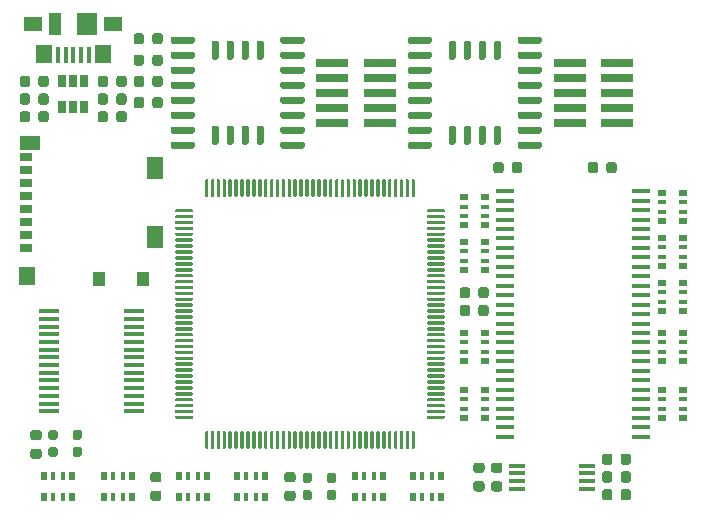
<source format=gbr>
G04 #@! TF.GenerationSoftware,KiCad,Pcbnew,(5.1.6-0-10_14)*
G04 #@! TF.CreationDate,2020-08-15T08:11:16-07:00*
G04 #@! TF.ProjectId,fpga-ice40,66706761-2d69-4636-9534-302e6b696361,r0.1*
G04 #@! TF.SameCoordinates,Original*
G04 #@! TF.FileFunction,Paste,Top*
G04 #@! TF.FilePolarity,Positive*
%FSLAX46Y46*%
G04 Gerber Fmt 4.6, Leading zero omitted, Abs format (unit mm)*
G04 Created by KiCad (PCBNEW (5.1.6-0-10_14)) date 2020-08-15 08:11:16*
%MOMM*%
%LPD*%
G01*
G04 APERTURE LIST*
%ADD10R,0.800000X0.500000*%
%ADD11R,0.800000X0.400000*%
%ADD12R,1.450000X0.450000*%
%ADD13R,1.350000X1.900000*%
%ADD14R,1.000000X1.200000*%
%ADD15R,1.350000X1.550000*%
%ADD16R,1.800000X1.170000*%
%ADD17R,1.100000X0.750000*%
%ADD18R,1.750000X0.450000*%
%ADD19R,0.650000X1.060000*%
%ADD20R,2.800000X0.740000*%
%ADD21R,0.500000X0.800000*%
%ADD22R,0.400000X0.800000*%
%ADD23R,1.000000X1.900000*%
%ADD24R,1.800000X1.900000*%
%ADD25R,1.650000X1.300000*%
%ADD26R,1.425000X1.550000*%
%ADD27R,0.450000X1.380000*%
%ADD28R,1.510000X0.458000*%
G04 APERTURE END LIST*
G36*
G01*
X174600000Y-94443750D02*
X174600000Y-94956250D01*
G75*
G02*
X174381250Y-95175000I-218750J0D01*
G01*
X173943750Y-95175000D01*
G75*
G02*
X173725000Y-94956250I0J218750D01*
G01*
X173725000Y-94443750D01*
G75*
G02*
X173943750Y-94225000I218750J0D01*
G01*
X174381250Y-94225000D01*
G75*
G02*
X174600000Y-94443750I0J-218750D01*
G01*
G37*
G36*
G01*
X176175000Y-94443750D02*
X176175000Y-94956250D01*
G75*
G02*
X175956250Y-95175000I-218750J0D01*
G01*
X175518750Y-95175000D01*
G75*
G02*
X175300000Y-94956250I0J218750D01*
G01*
X175300000Y-94443750D01*
G75*
G02*
X175518750Y-94225000I218750J0D01*
G01*
X175956250Y-94225000D01*
G75*
G02*
X176175000Y-94443750I0J-218750D01*
G01*
G37*
G36*
G01*
X174600000Y-92943750D02*
X174600000Y-93456250D01*
G75*
G02*
X174381250Y-93675000I-218750J0D01*
G01*
X173943750Y-93675000D01*
G75*
G02*
X173725000Y-93456250I0J218750D01*
G01*
X173725000Y-92943750D01*
G75*
G02*
X173943750Y-92725000I218750J0D01*
G01*
X174381250Y-92725000D01*
G75*
G02*
X174600000Y-92943750I0J-218750D01*
G01*
G37*
G36*
G01*
X176175000Y-92943750D02*
X176175000Y-93456250D01*
G75*
G02*
X175956250Y-93675000I-218750J0D01*
G01*
X175518750Y-93675000D01*
G75*
G02*
X175300000Y-93456250I0J218750D01*
G01*
X175300000Y-92943750D01*
G75*
G02*
X175518750Y-92725000I218750J0D01*
G01*
X175956250Y-92725000D01*
G75*
G02*
X176175000Y-92943750I0J-218750D01*
G01*
G37*
D10*
X190850000Y-101400000D03*
D11*
X190850000Y-102200000D03*
D10*
X190850000Y-103800000D03*
D11*
X190850000Y-103000000D03*
D10*
X192650000Y-101400000D03*
D11*
X192650000Y-103000000D03*
X192650000Y-102200000D03*
D10*
X192650000Y-103800000D03*
X175850000Y-103800000D03*
D11*
X175850000Y-103000000D03*
D10*
X175850000Y-101400000D03*
D11*
X175850000Y-102200000D03*
D10*
X174050000Y-103800000D03*
D11*
X174050000Y-102200000D03*
X174050000Y-103000000D03*
D10*
X174050000Y-101400000D03*
X190850000Y-96600000D03*
D11*
X190850000Y-97400000D03*
D10*
X190850000Y-99000000D03*
D11*
X190850000Y-98200000D03*
D10*
X192650000Y-96600000D03*
D11*
X192650000Y-98200000D03*
X192650000Y-97400000D03*
D10*
X192650000Y-99000000D03*
X175850000Y-99000000D03*
D11*
X175850000Y-98200000D03*
D10*
X175850000Y-96600000D03*
D11*
X175850000Y-97400000D03*
D10*
X174050000Y-99000000D03*
D11*
X174050000Y-97400000D03*
X174050000Y-98200000D03*
D10*
X174050000Y-96600000D03*
X190850000Y-92350000D03*
D11*
X190850000Y-93150000D03*
D10*
X190850000Y-94750000D03*
D11*
X190850000Y-93950000D03*
D10*
X192650000Y-92350000D03*
D11*
X192650000Y-93950000D03*
X192650000Y-93150000D03*
D10*
X192650000Y-94750000D03*
X190850000Y-88550000D03*
D11*
X190850000Y-89350000D03*
D10*
X190850000Y-90950000D03*
D11*
X190850000Y-90150000D03*
D10*
X192650000Y-88550000D03*
D11*
X192650000Y-90150000D03*
X192650000Y-89350000D03*
D10*
X192650000Y-90950000D03*
X175850000Y-91300000D03*
D11*
X175850000Y-90500000D03*
D10*
X175850000Y-88900000D03*
D11*
X175850000Y-89700000D03*
D10*
X174050000Y-91300000D03*
D11*
X174050000Y-89700000D03*
X174050000Y-90500000D03*
D10*
X174050000Y-88900000D03*
X190850000Y-84750000D03*
D11*
X190850000Y-85550000D03*
D10*
X190850000Y-87150000D03*
D11*
X190850000Y-86350000D03*
D10*
X192650000Y-84750000D03*
D11*
X192650000Y-86350000D03*
X192650000Y-85550000D03*
D10*
X192650000Y-87150000D03*
X175850000Y-87500000D03*
D11*
X175850000Y-86700000D03*
D10*
X175850000Y-85100000D03*
D11*
X175850000Y-85900000D03*
D10*
X174050000Y-87500000D03*
D11*
X174050000Y-85900000D03*
X174050000Y-86700000D03*
D10*
X174050000Y-85100000D03*
G36*
G01*
X138900000Y-105475000D02*
X138900000Y-104975000D01*
G75*
G02*
X139100000Y-104775000I200000J0D01*
G01*
X139500000Y-104775000D01*
G75*
G02*
X139700000Y-104975000I0J-200000D01*
G01*
X139700000Y-105475000D01*
G75*
G02*
X139500000Y-105675000I-200000J0D01*
G01*
X139100000Y-105675000D01*
G75*
G02*
X138900000Y-105475000I0J200000D01*
G01*
G37*
G36*
G01*
X138900000Y-106925000D02*
X138900000Y-106425000D01*
G75*
G02*
X139100000Y-106225000I200000J0D01*
G01*
X139500000Y-106225000D01*
G75*
G02*
X139700000Y-106425000I0J-200000D01*
G01*
X139700000Y-106925000D01*
G75*
G02*
X139500000Y-107125000I-200000J0D01*
G01*
X139100000Y-107125000D01*
G75*
G02*
X138900000Y-106925000I0J200000D01*
G01*
G37*
G36*
G01*
X140949999Y-105475000D02*
X140949999Y-104975000D01*
G75*
G02*
X141149999Y-104775000I200000J0D01*
G01*
X141549999Y-104775000D01*
G75*
G02*
X141749999Y-104975000I0J-200000D01*
G01*
X141749999Y-105475000D01*
G75*
G02*
X141549999Y-105675000I-200000J0D01*
G01*
X141149999Y-105675000D01*
G75*
G02*
X140949999Y-105475000I0J200000D01*
G01*
G37*
G36*
G01*
X140949999Y-106925000D02*
X140949999Y-106425000D01*
G75*
G02*
X141149999Y-106225000I200000J0D01*
G01*
X141549999Y-106225000D01*
G75*
G02*
X141749999Y-106425000I0J-200000D01*
G01*
X141749999Y-106925000D01*
G75*
G02*
X141549999Y-107125000I-200000J0D01*
G01*
X141149999Y-107125000D01*
G75*
G02*
X140949999Y-106925000I0J200000D01*
G01*
G37*
G36*
G01*
X137593750Y-106400000D02*
X138106250Y-106400000D01*
G75*
G02*
X138325000Y-106618750I0J-218750D01*
G01*
X138325000Y-107056250D01*
G75*
G02*
X138106250Y-107275000I-218750J0D01*
G01*
X137593750Y-107275000D01*
G75*
G02*
X137375000Y-107056250I0J218750D01*
G01*
X137375000Y-106618750D01*
G75*
G02*
X137593750Y-106400000I218750J0D01*
G01*
G37*
G36*
G01*
X137593750Y-104825000D02*
X138106250Y-104825000D01*
G75*
G02*
X138325000Y-105043750I0J-218750D01*
G01*
X138325000Y-105481250D01*
G75*
G02*
X138106250Y-105700000I-218750J0D01*
G01*
X137593750Y-105700000D01*
G75*
G02*
X137375000Y-105481250I0J218750D01*
G01*
X137375000Y-105043750D01*
G75*
G02*
X137593750Y-104825000I218750J0D01*
G01*
G37*
G36*
G01*
X147743750Y-109950000D02*
X148256250Y-109950000D01*
G75*
G02*
X148475000Y-110168750I0J-218750D01*
G01*
X148475000Y-110606250D01*
G75*
G02*
X148256250Y-110825000I-218750J0D01*
G01*
X147743750Y-110825000D01*
G75*
G02*
X147525000Y-110606250I0J218750D01*
G01*
X147525000Y-110168750D01*
G75*
G02*
X147743750Y-109950000I218750J0D01*
G01*
G37*
G36*
G01*
X147743750Y-108375000D02*
X148256250Y-108375000D01*
G75*
G02*
X148475000Y-108593750I0J-218750D01*
G01*
X148475000Y-109031250D01*
G75*
G02*
X148256250Y-109250000I-218750J0D01*
G01*
X147743750Y-109250000D01*
G75*
G02*
X147525000Y-109031250I0J218750D01*
G01*
X147525000Y-108593750D01*
G75*
G02*
X147743750Y-108375000I218750J0D01*
G01*
G37*
D12*
X178600000Y-109775000D03*
X178600000Y-109125000D03*
X178600000Y-108475000D03*
X178600000Y-107825000D03*
X184500000Y-107825000D03*
X184500000Y-108475000D03*
X184500000Y-109125000D03*
X184500000Y-109775000D03*
G36*
G01*
X187350000Y-107556250D02*
X187350000Y-107043750D01*
G75*
G02*
X187568750Y-106825000I218750J0D01*
G01*
X188006250Y-106825000D01*
G75*
G02*
X188225000Y-107043750I0J-218750D01*
G01*
X188225000Y-107556250D01*
G75*
G02*
X188006250Y-107775000I-218750J0D01*
G01*
X187568750Y-107775000D01*
G75*
G02*
X187350000Y-107556250I0J218750D01*
G01*
G37*
G36*
G01*
X185775000Y-107556250D02*
X185775000Y-107043750D01*
G75*
G02*
X185993750Y-106825000I218750J0D01*
G01*
X186431250Y-106825000D01*
G75*
G02*
X186650000Y-107043750I0J-218750D01*
G01*
X186650000Y-107556250D01*
G75*
G02*
X186431250Y-107775000I-218750J0D01*
G01*
X185993750Y-107775000D01*
G75*
G02*
X185775000Y-107556250I0J218750D01*
G01*
G37*
G36*
G01*
X187350000Y-109056250D02*
X187350000Y-108543750D01*
G75*
G02*
X187568750Y-108325000I218750J0D01*
G01*
X188006250Y-108325000D01*
G75*
G02*
X188225000Y-108543750I0J-218750D01*
G01*
X188225000Y-109056250D01*
G75*
G02*
X188006250Y-109275000I-218750J0D01*
G01*
X187568750Y-109275000D01*
G75*
G02*
X187350000Y-109056250I0J218750D01*
G01*
G37*
G36*
G01*
X185775000Y-109056250D02*
X185775000Y-108543750D01*
G75*
G02*
X185993750Y-108325000I218750J0D01*
G01*
X186431250Y-108325000D01*
G75*
G02*
X186650000Y-108543750I0J-218750D01*
G01*
X186650000Y-109056250D01*
G75*
G02*
X186431250Y-109275000I-218750J0D01*
G01*
X185993750Y-109275000D01*
G75*
G02*
X185775000Y-109056250I0J218750D01*
G01*
G37*
G36*
G01*
X186650000Y-110043750D02*
X186650000Y-110556250D01*
G75*
G02*
X186431250Y-110775000I-218750J0D01*
G01*
X185993750Y-110775000D01*
G75*
G02*
X185775000Y-110556250I0J218750D01*
G01*
X185775000Y-110043750D01*
G75*
G02*
X185993750Y-109825000I218750J0D01*
G01*
X186431250Y-109825000D01*
G75*
G02*
X186650000Y-110043750I0J-218750D01*
G01*
G37*
G36*
G01*
X188225000Y-110043750D02*
X188225000Y-110556250D01*
G75*
G02*
X188006250Y-110775000I-218750J0D01*
G01*
X187568750Y-110775000D01*
G75*
G02*
X187350000Y-110556250I0J218750D01*
G01*
X187350000Y-110043750D01*
G75*
G02*
X187568750Y-109825000I218750J0D01*
G01*
X188006250Y-109825000D01*
G75*
G02*
X188225000Y-110043750I0J-218750D01*
G01*
G37*
G36*
G01*
X175606250Y-110025000D02*
X175093750Y-110025000D01*
G75*
G02*
X174875000Y-109806250I0J218750D01*
G01*
X174875000Y-109368750D01*
G75*
G02*
X175093750Y-109150000I218750J0D01*
G01*
X175606250Y-109150000D01*
G75*
G02*
X175825000Y-109368750I0J-218750D01*
G01*
X175825000Y-109806250D01*
G75*
G02*
X175606250Y-110025000I-218750J0D01*
G01*
G37*
G36*
G01*
X175606250Y-108450000D02*
X175093750Y-108450000D01*
G75*
G02*
X174875000Y-108231250I0J218750D01*
G01*
X174875000Y-107793750D01*
G75*
G02*
X175093750Y-107575000I218750J0D01*
G01*
X175606250Y-107575000D01*
G75*
G02*
X175825000Y-107793750I0J-218750D01*
G01*
X175825000Y-108231250D01*
G75*
G02*
X175606250Y-108450000I-218750J0D01*
G01*
G37*
G36*
G01*
X177106250Y-110025000D02*
X176593750Y-110025000D01*
G75*
G02*
X176375000Y-109806250I0J218750D01*
G01*
X176375000Y-109368750D01*
G75*
G02*
X176593750Y-109150000I218750J0D01*
G01*
X177106250Y-109150000D01*
G75*
G02*
X177325000Y-109368750I0J-218750D01*
G01*
X177325000Y-109806250D01*
G75*
G02*
X177106250Y-110025000I-218750J0D01*
G01*
G37*
G36*
G01*
X177106250Y-108450000D02*
X176593750Y-108450000D01*
G75*
G02*
X176375000Y-108231250I0J218750D01*
G01*
X176375000Y-107793750D01*
G75*
G02*
X176593750Y-107575000I218750J0D01*
G01*
X177106250Y-107575000D01*
G75*
G02*
X177325000Y-107793750I0J-218750D01*
G01*
X177325000Y-108231250D01*
G75*
G02*
X177106250Y-108450000I-218750J0D01*
G01*
G37*
D13*
X147900000Y-82600000D03*
X147900000Y-88500000D03*
D14*
X146900000Y-92000000D03*
X143200000Y-92000000D03*
D15*
X137100000Y-91800000D03*
D16*
X137350000Y-80500000D03*
D17*
X137000000Y-81705000D03*
X137000000Y-82805000D03*
X137000000Y-83905000D03*
X137000000Y-85005000D03*
X137000000Y-86105000D03*
X137000000Y-87205000D03*
X137000000Y-88305000D03*
X137000000Y-89405000D03*
D18*
X138950000Y-103225000D03*
X138950000Y-102575000D03*
X138950000Y-101925000D03*
X138950000Y-101275000D03*
X138950000Y-100625000D03*
X138950000Y-99975000D03*
X138950000Y-99325000D03*
X138950000Y-98675000D03*
X138950000Y-98025000D03*
X138950000Y-97375000D03*
X138950000Y-96725000D03*
X138950000Y-96075000D03*
X138950000Y-95425000D03*
X138950000Y-94775000D03*
X146150000Y-94775000D03*
X146150000Y-95425000D03*
X146150000Y-96075000D03*
X146150000Y-96725000D03*
X146150000Y-97375000D03*
X146150000Y-98025000D03*
X146150000Y-98675000D03*
X146150000Y-99325000D03*
X146150000Y-99975000D03*
X146150000Y-100625000D03*
X146150000Y-101275000D03*
X146150000Y-101925000D03*
X146150000Y-102575000D03*
X146150000Y-103225000D03*
G36*
G01*
X177450000Y-82343750D02*
X177450000Y-82856250D01*
G75*
G02*
X177231250Y-83075000I-218750J0D01*
G01*
X176793750Y-83075000D01*
G75*
G02*
X176575000Y-82856250I0J218750D01*
G01*
X176575000Y-82343750D01*
G75*
G02*
X176793750Y-82125000I218750J0D01*
G01*
X177231250Y-82125000D01*
G75*
G02*
X177450000Y-82343750I0J-218750D01*
G01*
G37*
G36*
G01*
X179025000Y-82343750D02*
X179025000Y-82856250D01*
G75*
G02*
X178806250Y-83075000I-218750J0D01*
G01*
X178368750Y-83075000D01*
G75*
G02*
X178150000Y-82856250I0J218750D01*
G01*
X178150000Y-82343750D01*
G75*
G02*
X178368750Y-82125000I218750J0D01*
G01*
X178806250Y-82125000D01*
G75*
G02*
X179025000Y-82343750I0J-218750D01*
G01*
G37*
D19*
X141000000Y-77500000D03*
X141950000Y-77500000D03*
X140050000Y-77500000D03*
X140050000Y-75300000D03*
X141000000Y-75300000D03*
X141950000Y-75300000D03*
G36*
G01*
X144650000Y-78556250D02*
X144650000Y-78043750D01*
G75*
G02*
X144868750Y-77825000I218750J0D01*
G01*
X145306250Y-77825000D01*
G75*
G02*
X145525000Y-78043750I0J-218750D01*
G01*
X145525000Y-78556250D01*
G75*
G02*
X145306250Y-78775000I-218750J0D01*
G01*
X144868750Y-78775000D01*
G75*
G02*
X144650000Y-78556250I0J218750D01*
G01*
G37*
G36*
G01*
X143075000Y-78556250D02*
X143075000Y-78043750D01*
G75*
G02*
X143293750Y-77825000I218750J0D01*
G01*
X143731250Y-77825000D01*
G75*
G02*
X143950000Y-78043750I0J-218750D01*
G01*
X143950000Y-78556250D01*
G75*
G02*
X143731250Y-78775000I-218750J0D01*
G01*
X143293750Y-78775000D01*
G75*
G02*
X143075000Y-78556250I0J218750D01*
G01*
G37*
G36*
G01*
X173245000Y-73450000D02*
X172945000Y-73450000D01*
G75*
G02*
X172795000Y-73300000I0J150000D01*
G01*
X172795000Y-72000000D01*
G75*
G02*
X172945000Y-71850000I150000J0D01*
G01*
X173245000Y-71850000D01*
G75*
G02*
X173395000Y-72000000I0J-150000D01*
G01*
X173395000Y-73300000D01*
G75*
G02*
X173245000Y-73450000I-150000J0D01*
G01*
G37*
G36*
G01*
X174515000Y-73450000D02*
X174215000Y-73450000D01*
G75*
G02*
X174065000Y-73300000I0J150000D01*
G01*
X174065000Y-72000000D01*
G75*
G02*
X174215000Y-71850000I150000J0D01*
G01*
X174515000Y-71850000D01*
G75*
G02*
X174665000Y-72000000I0J-150000D01*
G01*
X174665000Y-73300000D01*
G75*
G02*
X174515000Y-73450000I-150000J0D01*
G01*
G37*
G36*
G01*
X175785000Y-73450000D02*
X175485000Y-73450000D01*
G75*
G02*
X175335000Y-73300000I0J150000D01*
G01*
X175335000Y-72000000D01*
G75*
G02*
X175485000Y-71850000I150000J0D01*
G01*
X175785000Y-71850000D01*
G75*
G02*
X175935000Y-72000000I0J-150000D01*
G01*
X175935000Y-73300000D01*
G75*
G02*
X175785000Y-73450000I-150000J0D01*
G01*
G37*
G36*
G01*
X177055000Y-73450000D02*
X176755000Y-73450000D01*
G75*
G02*
X176605000Y-73300000I0J150000D01*
G01*
X176605000Y-72000000D01*
G75*
G02*
X176755000Y-71850000I150000J0D01*
G01*
X177055000Y-71850000D01*
G75*
G02*
X177205000Y-72000000I0J-150000D01*
G01*
X177205000Y-73300000D01*
G75*
G02*
X177055000Y-73450000I-150000J0D01*
G01*
G37*
G36*
G01*
X177055000Y-80650000D02*
X176755000Y-80650000D01*
G75*
G02*
X176605000Y-80500000I0J150000D01*
G01*
X176605000Y-79200000D01*
G75*
G02*
X176755000Y-79050000I150000J0D01*
G01*
X177055000Y-79050000D01*
G75*
G02*
X177205000Y-79200000I0J-150000D01*
G01*
X177205000Y-80500000D01*
G75*
G02*
X177055000Y-80650000I-150000J0D01*
G01*
G37*
G36*
G01*
X175785000Y-80650000D02*
X175485000Y-80650000D01*
G75*
G02*
X175335000Y-80500000I0J150000D01*
G01*
X175335000Y-79200000D01*
G75*
G02*
X175485000Y-79050000I150000J0D01*
G01*
X175785000Y-79050000D01*
G75*
G02*
X175935000Y-79200000I0J-150000D01*
G01*
X175935000Y-80500000D01*
G75*
G02*
X175785000Y-80650000I-150000J0D01*
G01*
G37*
G36*
G01*
X174515000Y-80650000D02*
X174215000Y-80650000D01*
G75*
G02*
X174065000Y-80500000I0J150000D01*
G01*
X174065000Y-79200000D01*
G75*
G02*
X174215000Y-79050000I150000J0D01*
G01*
X174515000Y-79050000D01*
G75*
G02*
X174665000Y-79200000I0J-150000D01*
G01*
X174665000Y-80500000D01*
G75*
G02*
X174515000Y-80650000I-150000J0D01*
G01*
G37*
G36*
G01*
X173245000Y-80650000D02*
X172945000Y-80650000D01*
G75*
G02*
X172795000Y-80500000I0J150000D01*
G01*
X172795000Y-79200000D01*
G75*
G02*
X172945000Y-79050000I150000J0D01*
G01*
X173245000Y-79050000D01*
G75*
G02*
X173395000Y-79200000I0J-150000D01*
G01*
X173395000Y-80500000D01*
G75*
G02*
X173245000Y-80650000I-150000J0D01*
G01*
G37*
G36*
G01*
X153163000Y-73450000D02*
X152863000Y-73450000D01*
G75*
G02*
X152713000Y-73300000I0J150000D01*
G01*
X152713000Y-72000000D01*
G75*
G02*
X152863000Y-71850000I150000J0D01*
G01*
X153163000Y-71850000D01*
G75*
G02*
X153313000Y-72000000I0J-150000D01*
G01*
X153313000Y-73300000D01*
G75*
G02*
X153163000Y-73450000I-150000J0D01*
G01*
G37*
G36*
G01*
X154433000Y-73450000D02*
X154133000Y-73450000D01*
G75*
G02*
X153983000Y-73300000I0J150000D01*
G01*
X153983000Y-72000000D01*
G75*
G02*
X154133000Y-71850000I150000J0D01*
G01*
X154433000Y-71850000D01*
G75*
G02*
X154583000Y-72000000I0J-150000D01*
G01*
X154583000Y-73300000D01*
G75*
G02*
X154433000Y-73450000I-150000J0D01*
G01*
G37*
G36*
G01*
X155703000Y-73450000D02*
X155403000Y-73450000D01*
G75*
G02*
X155253000Y-73300000I0J150000D01*
G01*
X155253000Y-72000000D01*
G75*
G02*
X155403000Y-71850000I150000J0D01*
G01*
X155703000Y-71850000D01*
G75*
G02*
X155853000Y-72000000I0J-150000D01*
G01*
X155853000Y-73300000D01*
G75*
G02*
X155703000Y-73450000I-150000J0D01*
G01*
G37*
G36*
G01*
X156973000Y-73450000D02*
X156673000Y-73450000D01*
G75*
G02*
X156523000Y-73300000I0J150000D01*
G01*
X156523000Y-72000000D01*
G75*
G02*
X156673000Y-71850000I150000J0D01*
G01*
X156973000Y-71850000D01*
G75*
G02*
X157123000Y-72000000I0J-150000D01*
G01*
X157123000Y-73300000D01*
G75*
G02*
X156973000Y-73450000I-150000J0D01*
G01*
G37*
G36*
G01*
X156973000Y-80650000D02*
X156673000Y-80650000D01*
G75*
G02*
X156523000Y-80500000I0J150000D01*
G01*
X156523000Y-79200000D01*
G75*
G02*
X156673000Y-79050000I150000J0D01*
G01*
X156973000Y-79050000D01*
G75*
G02*
X157123000Y-79200000I0J-150000D01*
G01*
X157123000Y-80500000D01*
G75*
G02*
X156973000Y-80650000I-150000J0D01*
G01*
G37*
G36*
G01*
X155703000Y-80650000D02*
X155403000Y-80650000D01*
G75*
G02*
X155253000Y-80500000I0J150000D01*
G01*
X155253000Y-79200000D01*
G75*
G02*
X155403000Y-79050000I150000J0D01*
G01*
X155703000Y-79050000D01*
G75*
G02*
X155853000Y-79200000I0J-150000D01*
G01*
X155853000Y-80500000D01*
G75*
G02*
X155703000Y-80650000I-150000J0D01*
G01*
G37*
G36*
G01*
X154433000Y-80650000D02*
X154133000Y-80650000D01*
G75*
G02*
X153983000Y-80500000I0J150000D01*
G01*
X153983000Y-79200000D01*
G75*
G02*
X154133000Y-79050000I150000J0D01*
G01*
X154433000Y-79050000D01*
G75*
G02*
X154583000Y-79200000I0J-150000D01*
G01*
X154583000Y-80500000D01*
G75*
G02*
X154433000Y-80650000I-150000J0D01*
G01*
G37*
G36*
G01*
X153163000Y-80650000D02*
X152863000Y-80650000D01*
G75*
G02*
X152713000Y-80500000I0J150000D01*
G01*
X152713000Y-79200000D01*
G75*
G02*
X152863000Y-79050000I150000J0D01*
G01*
X153163000Y-79050000D01*
G75*
G02*
X153313000Y-79200000I0J-150000D01*
G01*
X153313000Y-80500000D01*
G75*
G02*
X153163000Y-80650000I-150000J0D01*
G01*
G37*
G36*
G01*
X160425000Y-109125000D02*
X160425000Y-108625000D01*
G75*
G02*
X160625000Y-108425000I200000J0D01*
G01*
X161025000Y-108425000D01*
G75*
G02*
X161225000Y-108625000I0J-200000D01*
G01*
X161225000Y-109125000D01*
G75*
G02*
X161025000Y-109325000I-200000J0D01*
G01*
X160625000Y-109325000D01*
G75*
G02*
X160425000Y-109125000I0J200000D01*
G01*
G37*
G36*
G01*
X160425000Y-110575000D02*
X160425000Y-110075000D01*
G75*
G02*
X160625000Y-109875000I200000J0D01*
G01*
X161025000Y-109875000D01*
G75*
G02*
X161225000Y-110075000I0J-200000D01*
G01*
X161225000Y-110575000D01*
G75*
G02*
X161025000Y-110775000I-200000J0D01*
G01*
X160625000Y-110775000D01*
G75*
G02*
X160425000Y-110575000I0J200000D01*
G01*
G37*
G36*
G01*
X162474999Y-109125000D02*
X162474999Y-108625000D01*
G75*
G02*
X162674999Y-108425000I200000J0D01*
G01*
X163074999Y-108425000D01*
G75*
G02*
X163274999Y-108625000I0J-200000D01*
G01*
X163274999Y-109125000D01*
G75*
G02*
X163074999Y-109325000I-200000J0D01*
G01*
X162674999Y-109325000D01*
G75*
G02*
X162474999Y-109125000I0J200000D01*
G01*
G37*
G36*
G01*
X162474999Y-110575000D02*
X162474999Y-110075000D01*
G75*
G02*
X162674999Y-109875000I200000J0D01*
G01*
X163074999Y-109875000D01*
G75*
G02*
X163274999Y-110075000I0J-200000D01*
G01*
X163274999Y-110575000D01*
G75*
G02*
X163074999Y-110775000I-200000J0D01*
G01*
X162674999Y-110775000D01*
G75*
G02*
X162474999Y-110575000I0J200000D01*
G01*
G37*
D20*
X187050000Y-78790000D03*
X183050000Y-78790000D03*
X187050000Y-77520000D03*
X183050000Y-77520000D03*
X187050000Y-76250000D03*
X183050000Y-76250000D03*
X187050000Y-74980000D03*
X183050000Y-74980000D03*
X187050000Y-73710000D03*
X183050000Y-73710000D03*
X166950000Y-78790000D03*
X162950000Y-78790000D03*
X166950000Y-77520000D03*
X162950000Y-77520000D03*
X166950000Y-76250000D03*
X162950000Y-76250000D03*
X166950000Y-74980000D03*
X162950000Y-74980000D03*
X166950000Y-73710000D03*
X162950000Y-73710000D03*
G36*
G01*
X149243000Y-71955000D02*
X149243000Y-71655000D01*
G75*
G02*
X149393000Y-71505000I150000J0D01*
G01*
X151143000Y-71505000D01*
G75*
G02*
X151293000Y-71655000I0J-150000D01*
G01*
X151293000Y-71955000D01*
G75*
G02*
X151143000Y-72105000I-150000J0D01*
G01*
X149393000Y-72105000D01*
G75*
G02*
X149243000Y-71955000I0J150000D01*
G01*
G37*
G36*
G01*
X149243000Y-73225000D02*
X149243000Y-72925000D01*
G75*
G02*
X149393000Y-72775000I150000J0D01*
G01*
X151143000Y-72775000D01*
G75*
G02*
X151293000Y-72925000I0J-150000D01*
G01*
X151293000Y-73225000D01*
G75*
G02*
X151143000Y-73375000I-150000J0D01*
G01*
X149393000Y-73375000D01*
G75*
G02*
X149243000Y-73225000I0J150000D01*
G01*
G37*
G36*
G01*
X149243000Y-74495000D02*
X149243000Y-74195000D01*
G75*
G02*
X149393000Y-74045000I150000J0D01*
G01*
X151143000Y-74045000D01*
G75*
G02*
X151293000Y-74195000I0J-150000D01*
G01*
X151293000Y-74495000D01*
G75*
G02*
X151143000Y-74645000I-150000J0D01*
G01*
X149393000Y-74645000D01*
G75*
G02*
X149243000Y-74495000I0J150000D01*
G01*
G37*
G36*
G01*
X149243000Y-75765000D02*
X149243000Y-75465000D01*
G75*
G02*
X149393000Y-75315000I150000J0D01*
G01*
X151143000Y-75315000D01*
G75*
G02*
X151293000Y-75465000I0J-150000D01*
G01*
X151293000Y-75765000D01*
G75*
G02*
X151143000Y-75915000I-150000J0D01*
G01*
X149393000Y-75915000D01*
G75*
G02*
X149243000Y-75765000I0J150000D01*
G01*
G37*
G36*
G01*
X149243000Y-77035000D02*
X149243000Y-76735000D01*
G75*
G02*
X149393000Y-76585000I150000J0D01*
G01*
X151143000Y-76585000D01*
G75*
G02*
X151293000Y-76735000I0J-150000D01*
G01*
X151293000Y-77035000D01*
G75*
G02*
X151143000Y-77185000I-150000J0D01*
G01*
X149393000Y-77185000D01*
G75*
G02*
X149243000Y-77035000I0J150000D01*
G01*
G37*
G36*
G01*
X149243000Y-78305000D02*
X149243000Y-78005000D01*
G75*
G02*
X149393000Y-77855000I150000J0D01*
G01*
X151143000Y-77855000D01*
G75*
G02*
X151293000Y-78005000I0J-150000D01*
G01*
X151293000Y-78305000D01*
G75*
G02*
X151143000Y-78455000I-150000J0D01*
G01*
X149393000Y-78455000D01*
G75*
G02*
X149243000Y-78305000I0J150000D01*
G01*
G37*
G36*
G01*
X149243000Y-79575000D02*
X149243000Y-79275000D01*
G75*
G02*
X149393000Y-79125000I150000J0D01*
G01*
X151143000Y-79125000D01*
G75*
G02*
X151293000Y-79275000I0J-150000D01*
G01*
X151293000Y-79575000D01*
G75*
G02*
X151143000Y-79725000I-150000J0D01*
G01*
X149393000Y-79725000D01*
G75*
G02*
X149243000Y-79575000I0J150000D01*
G01*
G37*
G36*
G01*
X149243000Y-80845000D02*
X149243000Y-80545000D01*
G75*
G02*
X149393000Y-80395000I150000J0D01*
G01*
X151143000Y-80395000D01*
G75*
G02*
X151293000Y-80545000I0J-150000D01*
G01*
X151293000Y-80845000D01*
G75*
G02*
X151143000Y-80995000I-150000J0D01*
G01*
X149393000Y-80995000D01*
G75*
G02*
X149243000Y-80845000I0J150000D01*
G01*
G37*
G36*
G01*
X158543000Y-80845000D02*
X158543000Y-80545000D01*
G75*
G02*
X158693000Y-80395000I150000J0D01*
G01*
X160443000Y-80395000D01*
G75*
G02*
X160593000Y-80545000I0J-150000D01*
G01*
X160593000Y-80845000D01*
G75*
G02*
X160443000Y-80995000I-150000J0D01*
G01*
X158693000Y-80995000D01*
G75*
G02*
X158543000Y-80845000I0J150000D01*
G01*
G37*
G36*
G01*
X158543000Y-79575000D02*
X158543000Y-79275000D01*
G75*
G02*
X158693000Y-79125000I150000J0D01*
G01*
X160443000Y-79125000D01*
G75*
G02*
X160593000Y-79275000I0J-150000D01*
G01*
X160593000Y-79575000D01*
G75*
G02*
X160443000Y-79725000I-150000J0D01*
G01*
X158693000Y-79725000D01*
G75*
G02*
X158543000Y-79575000I0J150000D01*
G01*
G37*
G36*
G01*
X158543000Y-78305000D02*
X158543000Y-78005000D01*
G75*
G02*
X158693000Y-77855000I150000J0D01*
G01*
X160443000Y-77855000D01*
G75*
G02*
X160593000Y-78005000I0J-150000D01*
G01*
X160593000Y-78305000D01*
G75*
G02*
X160443000Y-78455000I-150000J0D01*
G01*
X158693000Y-78455000D01*
G75*
G02*
X158543000Y-78305000I0J150000D01*
G01*
G37*
G36*
G01*
X158543000Y-77035000D02*
X158543000Y-76735000D01*
G75*
G02*
X158693000Y-76585000I150000J0D01*
G01*
X160443000Y-76585000D01*
G75*
G02*
X160593000Y-76735000I0J-150000D01*
G01*
X160593000Y-77035000D01*
G75*
G02*
X160443000Y-77185000I-150000J0D01*
G01*
X158693000Y-77185000D01*
G75*
G02*
X158543000Y-77035000I0J150000D01*
G01*
G37*
G36*
G01*
X158543000Y-75765000D02*
X158543000Y-75465000D01*
G75*
G02*
X158693000Y-75315000I150000J0D01*
G01*
X160443000Y-75315000D01*
G75*
G02*
X160593000Y-75465000I0J-150000D01*
G01*
X160593000Y-75765000D01*
G75*
G02*
X160443000Y-75915000I-150000J0D01*
G01*
X158693000Y-75915000D01*
G75*
G02*
X158543000Y-75765000I0J150000D01*
G01*
G37*
G36*
G01*
X158543000Y-74495000D02*
X158543000Y-74195000D01*
G75*
G02*
X158693000Y-74045000I150000J0D01*
G01*
X160443000Y-74045000D01*
G75*
G02*
X160593000Y-74195000I0J-150000D01*
G01*
X160593000Y-74495000D01*
G75*
G02*
X160443000Y-74645000I-150000J0D01*
G01*
X158693000Y-74645000D01*
G75*
G02*
X158543000Y-74495000I0J150000D01*
G01*
G37*
G36*
G01*
X158543000Y-73225000D02*
X158543000Y-72925000D01*
G75*
G02*
X158693000Y-72775000I150000J0D01*
G01*
X160443000Y-72775000D01*
G75*
G02*
X160593000Y-72925000I0J-150000D01*
G01*
X160593000Y-73225000D01*
G75*
G02*
X160443000Y-73375000I-150000J0D01*
G01*
X158693000Y-73375000D01*
G75*
G02*
X158543000Y-73225000I0J150000D01*
G01*
G37*
G36*
G01*
X158543000Y-71955000D02*
X158543000Y-71655000D01*
G75*
G02*
X158693000Y-71505000I150000J0D01*
G01*
X160443000Y-71505000D01*
G75*
G02*
X160593000Y-71655000I0J-150000D01*
G01*
X160593000Y-71955000D01*
G75*
G02*
X160443000Y-72105000I-150000J0D01*
G01*
X158693000Y-72105000D01*
G75*
G02*
X158543000Y-71955000I0J150000D01*
G01*
G37*
D21*
X146000000Y-108700000D03*
D22*
X145200000Y-108700000D03*
D21*
X143600000Y-108700000D03*
D22*
X144400000Y-108700000D03*
D21*
X146000000Y-110500000D03*
D22*
X144400000Y-110500000D03*
X145200000Y-110500000D03*
D21*
X143600000Y-110500000D03*
G36*
G01*
X159093750Y-109950000D02*
X159606250Y-109950000D01*
G75*
G02*
X159825000Y-110168750I0J-218750D01*
G01*
X159825000Y-110606250D01*
G75*
G02*
X159606250Y-110825000I-218750J0D01*
G01*
X159093750Y-110825000D01*
G75*
G02*
X158875000Y-110606250I0J218750D01*
G01*
X158875000Y-110168750D01*
G75*
G02*
X159093750Y-109950000I218750J0D01*
G01*
G37*
G36*
G01*
X159093750Y-108375000D02*
X159606250Y-108375000D01*
G75*
G02*
X159825000Y-108593750I0J-218750D01*
G01*
X159825000Y-109031250D01*
G75*
G02*
X159606250Y-109250000I-218750J0D01*
G01*
X159093750Y-109250000D01*
G75*
G02*
X158875000Y-109031250I0J218750D01*
G01*
X158875000Y-108593750D01*
G75*
G02*
X159093750Y-108375000I218750J0D01*
G01*
G37*
G36*
G01*
X147700000Y-77356250D02*
X147700000Y-76843750D01*
G75*
G02*
X147918750Y-76625000I218750J0D01*
G01*
X148356250Y-76625000D01*
G75*
G02*
X148575000Y-76843750I0J-218750D01*
G01*
X148575000Y-77356250D01*
G75*
G02*
X148356250Y-77575000I-218750J0D01*
G01*
X147918750Y-77575000D01*
G75*
G02*
X147700000Y-77356250I0J218750D01*
G01*
G37*
G36*
G01*
X146125000Y-77356250D02*
X146125000Y-76843750D01*
G75*
G02*
X146343750Y-76625000I218750J0D01*
G01*
X146781250Y-76625000D01*
G75*
G02*
X147000000Y-76843750I0J-218750D01*
G01*
X147000000Y-77356250D01*
G75*
G02*
X146781250Y-77575000I-218750J0D01*
G01*
X146343750Y-77575000D01*
G75*
G02*
X146125000Y-77356250I0J218750D01*
G01*
G37*
G36*
G01*
X147700000Y-75556250D02*
X147700000Y-75043750D01*
G75*
G02*
X147918750Y-74825000I218750J0D01*
G01*
X148356250Y-74825000D01*
G75*
G02*
X148575000Y-75043750I0J-218750D01*
G01*
X148575000Y-75556250D01*
G75*
G02*
X148356250Y-75775000I-218750J0D01*
G01*
X147918750Y-75775000D01*
G75*
G02*
X147700000Y-75556250I0J218750D01*
G01*
G37*
G36*
G01*
X146125000Y-75556250D02*
X146125000Y-75043750D01*
G75*
G02*
X146343750Y-74825000I218750J0D01*
G01*
X146781250Y-74825000D01*
G75*
G02*
X147000000Y-75043750I0J-218750D01*
G01*
X147000000Y-75556250D01*
G75*
G02*
X146781250Y-75775000I-218750J0D01*
G01*
X146343750Y-75775000D01*
G75*
G02*
X146125000Y-75556250I0J218750D01*
G01*
G37*
G36*
G01*
X147700000Y-73756250D02*
X147700000Y-73243750D01*
G75*
G02*
X147918750Y-73025000I218750J0D01*
G01*
X148356250Y-73025000D01*
G75*
G02*
X148575000Y-73243750I0J-218750D01*
G01*
X148575000Y-73756250D01*
G75*
G02*
X148356250Y-73975000I-218750J0D01*
G01*
X147918750Y-73975000D01*
G75*
G02*
X147700000Y-73756250I0J218750D01*
G01*
G37*
G36*
G01*
X146125000Y-73756250D02*
X146125000Y-73243750D01*
G75*
G02*
X146343750Y-73025000I218750J0D01*
G01*
X146781250Y-73025000D01*
G75*
G02*
X147000000Y-73243750I0J-218750D01*
G01*
X147000000Y-73756250D01*
G75*
G02*
X146781250Y-73975000I-218750J0D01*
G01*
X146343750Y-73975000D01*
G75*
G02*
X146125000Y-73756250I0J218750D01*
G01*
G37*
G36*
G01*
X147700000Y-71956250D02*
X147700000Y-71443750D01*
G75*
G02*
X147918750Y-71225000I218750J0D01*
G01*
X148356250Y-71225000D01*
G75*
G02*
X148575000Y-71443750I0J-218750D01*
G01*
X148575000Y-71956250D01*
G75*
G02*
X148356250Y-72175000I-218750J0D01*
G01*
X147918750Y-72175000D01*
G75*
G02*
X147700000Y-71956250I0J218750D01*
G01*
G37*
G36*
G01*
X146125000Y-71956250D02*
X146125000Y-71443750D01*
G75*
G02*
X146343750Y-71225000I218750J0D01*
G01*
X146781250Y-71225000D01*
G75*
G02*
X147000000Y-71443750I0J-218750D01*
G01*
X147000000Y-71956250D01*
G75*
G02*
X146781250Y-72175000I-218750J0D01*
G01*
X146343750Y-72175000D01*
G75*
G02*
X146125000Y-71956250I0J218750D01*
G01*
G37*
G36*
G01*
X185450000Y-82343750D02*
X185450000Y-82856250D01*
G75*
G02*
X185231250Y-83075000I-218750J0D01*
G01*
X184793750Y-83075000D01*
G75*
G02*
X184575000Y-82856250I0J218750D01*
G01*
X184575000Y-82343750D01*
G75*
G02*
X184793750Y-82125000I218750J0D01*
G01*
X185231250Y-82125000D01*
G75*
G02*
X185450000Y-82343750I0J-218750D01*
G01*
G37*
G36*
G01*
X187025000Y-82343750D02*
X187025000Y-82856250D01*
G75*
G02*
X186806250Y-83075000I-218750J0D01*
G01*
X186368750Y-83075000D01*
G75*
G02*
X186150000Y-82856250I0J218750D01*
G01*
X186150000Y-82343750D01*
G75*
G02*
X186368750Y-82125000I218750J0D01*
G01*
X186806250Y-82125000D01*
G75*
G02*
X187025000Y-82343750I0J-218750D01*
G01*
G37*
G36*
G01*
X137350000Y-75043750D02*
X137350000Y-75556250D01*
G75*
G02*
X137131250Y-75775000I-218750J0D01*
G01*
X136693750Y-75775000D01*
G75*
G02*
X136475000Y-75556250I0J218750D01*
G01*
X136475000Y-75043750D01*
G75*
G02*
X136693750Y-74825000I218750J0D01*
G01*
X137131250Y-74825000D01*
G75*
G02*
X137350000Y-75043750I0J-218750D01*
G01*
G37*
G36*
G01*
X138925000Y-75043750D02*
X138925000Y-75556250D01*
G75*
G02*
X138706250Y-75775000I-218750J0D01*
G01*
X138268750Y-75775000D01*
G75*
G02*
X138050000Y-75556250I0J218750D01*
G01*
X138050000Y-75043750D01*
G75*
G02*
X138268750Y-74825000I218750J0D01*
G01*
X138706250Y-74825000D01*
G75*
G02*
X138925000Y-75043750I0J-218750D01*
G01*
G37*
G36*
G01*
X138050000Y-77056250D02*
X138050000Y-76543750D01*
G75*
G02*
X138268750Y-76325000I218750J0D01*
G01*
X138706250Y-76325000D01*
G75*
G02*
X138925000Y-76543750I0J-218750D01*
G01*
X138925000Y-77056250D01*
G75*
G02*
X138706250Y-77275000I-218750J0D01*
G01*
X138268750Y-77275000D01*
G75*
G02*
X138050000Y-77056250I0J218750D01*
G01*
G37*
G36*
G01*
X136475000Y-77056250D02*
X136475000Y-76543750D01*
G75*
G02*
X136693750Y-76325000I218750J0D01*
G01*
X137131250Y-76325000D01*
G75*
G02*
X137350000Y-76543750I0J-218750D01*
G01*
X137350000Y-77056250D01*
G75*
G02*
X137131250Y-77275000I-218750J0D01*
G01*
X136693750Y-77275000D01*
G75*
G02*
X136475000Y-77056250I0J218750D01*
G01*
G37*
G36*
G01*
X143950000Y-75043750D02*
X143950000Y-75556250D01*
G75*
G02*
X143731250Y-75775000I-218750J0D01*
G01*
X143293750Y-75775000D01*
G75*
G02*
X143075000Y-75556250I0J218750D01*
G01*
X143075000Y-75043750D01*
G75*
G02*
X143293750Y-74825000I218750J0D01*
G01*
X143731250Y-74825000D01*
G75*
G02*
X143950000Y-75043750I0J-218750D01*
G01*
G37*
G36*
G01*
X145525000Y-75043750D02*
X145525000Y-75556250D01*
G75*
G02*
X145306250Y-75775000I-218750J0D01*
G01*
X144868750Y-75775000D01*
G75*
G02*
X144650000Y-75556250I0J218750D01*
G01*
X144650000Y-75043750D01*
G75*
G02*
X144868750Y-74825000I218750J0D01*
G01*
X145306250Y-74825000D01*
G75*
G02*
X145525000Y-75043750I0J-218750D01*
G01*
G37*
G36*
G01*
X137350000Y-78043750D02*
X137350000Y-78556250D01*
G75*
G02*
X137131250Y-78775000I-218750J0D01*
G01*
X136693750Y-78775000D01*
G75*
G02*
X136475000Y-78556250I0J218750D01*
G01*
X136475000Y-78043750D01*
G75*
G02*
X136693750Y-77825000I218750J0D01*
G01*
X137131250Y-77825000D01*
G75*
G02*
X137350000Y-78043750I0J-218750D01*
G01*
G37*
G36*
G01*
X138925000Y-78043750D02*
X138925000Y-78556250D01*
G75*
G02*
X138706250Y-78775000I-218750J0D01*
G01*
X138268750Y-78775000D01*
G75*
G02*
X138050000Y-78556250I0J218750D01*
G01*
X138050000Y-78043750D01*
G75*
G02*
X138268750Y-77825000I218750J0D01*
G01*
X138706250Y-77825000D01*
G75*
G02*
X138925000Y-78043750I0J-218750D01*
G01*
G37*
G36*
G01*
X144650000Y-77056250D02*
X144650000Y-76543750D01*
G75*
G02*
X144868750Y-76325000I218750J0D01*
G01*
X145306250Y-76325000D01*
G75*
G02*
X145525000Y-76543750I0J-218750D01*
G01*
X145525000Y-77056250D01*
G75*
G02*
X145306250Y-77275000I-218750J0D01*
G01*
X144868750Y-77275000D01*
G75*
G02*
X144650000Y-77056250I0J218750D01*
G01*
G37*
G36*
G01*
X143075000Y-77056250D02*
X143075000Y-76543750D01*
G75*
G02*
X143293750Y-76325000I218750J0D01*
G01*
X143731250Y-76325000D01*
G75*
G02*
X143950000Y-76543750I0J-218750D01*
G01*
X143950000Y-77056250D01*
G75*
G02*
X143731250Y-77275000I-218750J0D01*
G01*
X143293750Y-77275000D01*
G75*
G02*
X143075000Y-77056250I0J218750D01*
G01*
G37*
D23*
X139450000Y-70400000D03*
D24*
X142150000Y-70400000D03*
D25*
X137625000Y-70400000D03*
X144375000Y-70400000D03*
D26*
X138512500Y-72975000D03*
X143487500Y-72975000D03*
D27*
X139700000Y-73060000D03*
X140350000Y-73060000D03*
X141000000Y-73060000D03*
X141650000Y-73060000D03*
X142300000Y-73060000D03*
D28*
X177590000Y-105400000D03*
X177590000Y-104600000D03*
X177590000Y-103800000D03*
X177590000Y-103000000D03*
X177590000Y-102200000D03*
X177590000Y-101400000D03*
X177590000Y-100600000D03*
X177590000Y-99800000D03*
X177590000Y-99000000D03*
X177590000Y-98200000D03*
X177590000Y-97400000D03*
X177590000Y-96600000D03*
X177590000Y-95800000D03*
X177590000Y-95000000D03*
X177590000Y-94200000D03*
X177590000Y-93400000D03*
X177590000Y-92600000D03*
X177590000Y-91800000D03*
X177590000Y-91000000D03*
X177590000Y-90200000D03*
X177590000Y-89400000D03*
X177590000Y-88600000D03*
X177590000Y-87800000D03*
X177590000Y-87000000D03*
X177590000Y-86200000D03*
X177590000Y-85400000D03*
X177590000Y-84600000D03*
X189090000Y-84600000D03*
X189090000Y-85400000D03*
X189090000Y-86200000D03*
X189090000Y-87000000D03*
X189090000Y-87800000D03*
X189090000Y-88600000D03*
X189090000Y-89400000D03*
X189090000Y-90200000D03*
X189090000Y-91000000D03*
X189090000Y-91800000D03*
X189090000Y-92600000D03*
X189090000Y-93400000D03*
X189090000Y-94200000D03*
X189090000Y-95000000D03*
X189090000Y-95800000D03*
X189090000Y-96600000D03*
X189090000Y-97400000D03*
X189090000Y-98200000D03*
X189090000Y-99000000D03*
X189090000Y-99800000D03*
X189090000Y-100600000D03*
X189090000Y-101400000D03*
X189090000Y-102200000D03*
X189090000Y-103000000D03*
X189090000Y-103800000D03*
X189090000Y-104600000D03*
X189090000Y-105400000D03*
D21*
X172150000Y-108700000D03*
D22*
X171350000Y-108700000D03*
D21*
X169750000Y-108700000D03*
D22*
X170550000Y-108700000D03*
D21*
X172150000Y-110500000D03*
D22*
X170550000Y-110500000D03*
X171350000Y-110500000D03*
D21*
X169750000Y-110500000D03*
X167250000Y-108700000D03*
D22*
X166450000Y-108700000D03*
D21*
X164850000Y-108700000D03*
D22*
X165650000Y-108700000D03*
D21*
X167250000Y-110500000D03*
D22*
X165650000Y-110500000D03*
X166450000Y-110500000D03*
D21*
X164850000Y-110500000D03*
X154850000Y-110500000D03*
D22*
X156450000Y-110500000D03*
X155650000Y-110500000D03*
D21*
X157250000Y-110500000D03*
D22*
X155650000Y-108700000D03*
D21*
X154850000Y-108700000D03*
D22*
X156450000Y-108700000D03*
D21*
X157250000Y-108700000D03*
X152350000Y-108700000D03*
D22*
X151550000Y-108700000D03*
D21*
X149950000Y-108700000D03*
D22*
X150750000Y-108700000D03*
D21*
X152350000Y-110500000D03*
D22*
X150750000Y-110500000D03*
X151550000Y-110500000D03*
D21*
X149950000Y-110500000D03*
X140900000Y-108700000D03*
D22*
X140100000Y-108700000D03*
D21*
X138500000Y-108700000D03*
D22*
X139300000Y-108700000D03*
D21*
X140900000Y-110500000D03*
D22*
X139300000Y-110500000D03*
X140100000Y-110500000D03*
D21*
X138500000Y-110500000D03*
G36*
G01*
X169325000Y-71955000D02*
X169325000Y-71655000D01*
G75*
G02*
X169475000Y-71505000I150000J0D01*
G01*
X171225000Y-71505000D01*
G75*
G02*
X171375000Y-71655000I0J-150000D01*
G01*
X171375000Y-71955000D01*
G75*
G02*
X171225000Y-72105000I-150000J0D01*
G01*
X169475000Y-72105000D01*
G75*
G02*
X169325000Y-71955000I0J150000D01*
G01*
G37*
G36*
G01*
X169325000Y-73225000D02*
X169325000Y-72925000D01*
G75*
G02*
X169475000Y-72775000I150000J0D01*
G01*
X171225000Y-72775000D01*
G75*
G02*
X171375000Y-72925000I0J-150000D01*
G01*
X171375000Y-73225000D01*
G75*
G02*
X171225000Y-73375000I-150000J0D01*
G01*
X169475000Y-73375000D01*
G75*
G02*
X169325000Y-73225000I0J150000D01*
G01*
G37*
G36*
G01*
X169325000Y-74495000D02*
X169325000Y-74195000D01*
G75*
G02*
X169475000Y-74045000I150000J0D01*
G01*
X171225000Y-74045000D01*
G75*
G02*
X171375000Y-74195000I0J-150000D01*
G01*
X171375000Y-74495000D01*
G75*
G02*
X171225000Y-74645000I-150000J0D01*
G01*
X169475000Y-74645000D01*
G75*
G02*
X169325000Y-74495000I0J150000D01*
G01*
G37*
G36*
G01*
X169325000Y-75765000D02*
X169325000Y-75465000D01*
G75*
G02*
X169475000Y-75315000I150000J0D01*
G01*
X171225000Y-75315000D01*
G75*
G02*
X171375000Y-75465000I0J-150000D01*
G01*
X171375000Y-75765000D01*
G75*
G02*
X171225000Y-75915000I-150000J0D01*
G01*
X169475000Y-75915000D01*
G75*
G02*
X169325000Y-75765000I0J150000D01*
G01*
G37*
G36*
G01*
X169325000Y-77035000D02*
X169325000Y-76735000D01*
G75*
G02*
X169475000Y-76585000I150000J0D01*
G01*
X171225000Y-76585000D01*
G75*
G02*
X171375000Y-76735000I0J-150000D01*
G01*
X171375000Y-77035000D01*
G75*
G02*
X171225000Y-77185000I-150000J0D01*
G01*
X169475000Y-77185000D01*
G75*
G02*
X169325000Y-77035000I0J150000D01*
G01*
G37*
G36*
G01*
X169325000Y-78305000D02*
X169325000Y-78005000D01*
G75*
G02*
X169475000Y-77855000I150000J0D01*
G01*
X171225000Y-77855000D01*
G75*
G02*
X171375000Y-78005000I0J-150000D01*
G01*
X171375000Y-78305000D01*
G75*
G02*
X171225000Y-78455000I-150000J0D01*
G01*
X169475000Y-78455000D01*
G75*
G02*
X169325000Y-78305000I0J150000D01*
G01*
G37*
G36*
G01*
X169325000Y-79575000D02*
X169325000Y-79275000D01*
G75*
G02*
X169475000Y-79125000I150000J0D01*
G01*
X171225000Y-79125000D01*
G75*
G02*
X171375000Y-79275000I0J-150000D01*
G01*
X171375000Y-79575000D01*
G75*
G02*
X171225000Y-79725000I-150000J0D01*
G01*
X169475000Y-79725000D01*
G75*
G02*
X169325000Y-79575000I0J150000D01*
G01*
G37*
G36*
G01*
X169325000Y-80845000D02*
X169325000Y-80545000D01*
G75*
G02*
X169475000Y-80395000I150000J0D01*
G01*
X171225000Y-80395000D01*
G75*
G02*
X171375000Y-80545000I0J-150000D01*
G01*
X171375000Y-80845000D01*
G75*
G02*
X171225000Y-80995000I-150000J0D01*
G01*
X169475000Y-80995000D01*
G75*
G02*
X169325000Y-80845000I0J150000D01*
G01*
G37*
G36*
G01*
X178625000Y-80845000D02*
X178625000Y-80545000D01*
G75*
G02*
X178775000Y-80395000I150000J0D01*
G01*
X180525000Y-80395000D01*
G75*
G02*
X180675000Y-80545000I0J-150000D01*
G01*
X180675000Y-80845000D01*
G75*
G02*
X180525000Y-80995000I-150000J0D01*
G01*
X178775000Y-80995000D01*
G75*
G02*
X178625000Y-80845000I0J150000D01*
G01*
G37*
G36*
G01*
X178625000Y-79575000D02*
X178625000Y-79275000D01*
G75*
G02*
X178775000Y-79125000I150000J0D01*
G01*
X180525000Y-79125000D01*
G75*
G02*
X180675000Y-79275000I0J-150000D01*
G01*
X180675000Y-79575000D01*
G75*
G02*
X180525000Y-79725000I-150000J0D01*
G01*
X178775000Y-79725000D01*
G75*
G02*
X178625000Y-79575000I0J150000D01*
G01*
G37*
G36*
G01*
X178625000Y-78305000D02*
X178625000Y-78005000D01*
G75*
G02*
X178775000Y-77855000I150000J0D01*
G01*
X180525000Y-77855000D01*
G75*
G02*
X180675000Y-78005000I0J-150000D01*
G01*
X180675000Y-78305000D01*
G75*
G02*
X180525000Y-78455000I-150000J0D01*
G01*
X178775000Y-78455000D01*
G75*
G02*
X178625000Y-78305000I0J150000D01*
G01*
G37*
G36*
G01*
X178625000Y-77035000D02*
X178625000Y-76735000D01*
G75*
G02*
X178775000Y-76585000I150000J0D01*
G01*
X180525000Y-76585000D01*
G75*
G02*
X180675000Y-76735000I0J-150000D01*
G01*
X180675000Y-77035000D01*
G75*
G02*
X180525000Y-77185000I-150000J0D01*
G01*
X178775000Y-77185000D01*
G75*
G02*
X178625000Y-77035000I0J150000D01*
G01*
G37*
G36*
G01*
X178625000Y-75765000D02*
X178625000Y-75465000D01*
G75*
G02*
X178775000Y-75315000I150000J0D01*
G01*
X180525000Y-75315000D01*
G75*
G02*
X180675000Y-75465000I0J-150000D01*
G01*
X180675000Y-75765000D01*
G75*
G02*
X180525000Y-75915000I-150000J0D01*
G01*
X178775000Y-75915000D01*
G75*
G02*
X178625000Y-75765000I0J150000D01*
G01*
G37*
G36*
G01*
X178625000Y-74495000D02*
X178625000Y-74195000D01*
G75*
G02*
X178775000Y-74045000I150000J0D01*
G01*
X180525000Y-74045000D01*
G75*
G02*
X180675000Y-74195000I0J-150000D01*
G01*
X180675000Y-74495000D01*
G75*
G02*
X180525000Y-74645000I-150000J0D01*
G01*
X178775000Y-74645000D01*
G75*
G02*
X178625000Y-74495000I0J150000D01*
G01*
G37*
G36*
G01*
X178625000Y-73225000D02*
X178625000Y-72925000D01*
G75*
G02*
X178775000Y-72775000I150000J0D01*
G01*
X180525000Y-72775000D01*
G75*
G02*
X180675000Y-72925000I0J-150000D01*
G01*
X180675000Y-73225000D01*
G75*
G02*
X180525000Y-73375000I-150000J0D01*
G01*
X178775000Y-73375000D01*
G75*
G02*
X178625000Y-73225000I0J150000D01*
G01*
G37*
G36*
G01*
X178625000Y-71955000D02*
X178625000Y-71655000D01*
G75*
G02*
X178775000Y-71505000I150000J0D01*
G01*
X180525000Y-71505000D01*
G75*
G02*
X180675000Y-71655000I0J-150000D01*
G01*
X180675000Y-71955000D01*
G75*
G02*
X180525000Y-72105000I-150000J0D01*
G01*
X178775000Y-72105000D01*
G75*
G02*
X178625000Y-71955000I0J150000D01*
G01*
G37*
G36*
G01*
X169950000Y-105000000D02*
X169950000Y-106325000D01*
G75*
G02*
X169875000Y-106400000I-75000J0D01*
G01*
X169725000Y-106400000D01*
G75*
G02*
X169650000Y-106325000I0J75000D01*
G01*
X169650000Y-105000000D01*
G75*
G02*
X169725000Y-104925000I75000J0D01*
G01*
X169875000Y-104925000D01*
G75*
G02*
X169950000Y-105000000I0J-75000D01*
G01*
G37*
G36*
G01*
X169450000Y-105000000D02*
X169450000Y-106325000D01*
G75*
G02*
X169375000Y-106400000I-75000J0D01*
G01*
X169225000Y-106400000D01*
G75*
G02*
X169150000Y-106325000I0J75000D01*
G01*
X169150000Y-105000000D01*
G75*
G02*
X169225000Y-104925000I75000J0D01*
G01*
X169375000Y-104925000D01*
G75*
G02*
X169450000Y-105000000I0J-75000D01*
G01*
G37*
G36*
G01*
X168950000Y-105000000D02*
X168950000Y-106325000D01*
G75*
G02*
X168875000Y-106400000I-75000J0D01*
G01*
X168725000Y-106400000D01*
G75*
G02*
X168650000Y-106325000I0J75000D01*
G01*
X168650000Y-105000000D01*
G75*
G02*
X168725000Y-104925000I75000J0D01*
G01*
X168875000Y-104925000D01*
G75*
G02*
X168950000Y-105000000I0J-75000D01*
G01*
G37*
G36*
G01*
X168450000Y-105000000D02*
X168450000Y-106325000D01*
G75*
G02*
X168375000Y-106400000I-75000J0D01*
G01*
X168225000Y-106400000D01*
G75*
G02*
X168150000Y-106325000I0J75000D01*
G01*
X168150000Y-105000000D01*
G75*
G02*
X168225000Y-104925000I75000J0D01*
G01*
X168375000Y-104925000D01*
G75*
G02*
X168450000Y-105000000I0J-75000D01*
G01*
G37*
G36*
G01*
X167950000Y-105000000D02*
X167950000Y-106325000D01*
G75*
G02*
X167875000Y-106400000I-75000J0D01*
G01*
X167725000Y-106400000D01*
G75*
G02*
X167650000Y-106325000I0J75000D01*
G01*
X167650000Y-105000000D01*
G75*
G02*
X167725000Y-104925000I75000J0D01*
G01*
X167875000Y-104925000D01*
G75*
G02*
X167950000Y-105000000I0J-75000D01*
G01*
G37*
G36*
G01*
X167450000Y-105000000D02*
X167450000Y-106325000D01*
G75*
G02*
X167375000Y-106400000I-75000J0D01*
G01*
X167225000Y-106400000D01*
G75*
G02*
X167150000Y-106325000I0J75000D01*
G01*
X167150000Y-105000000D01*
G75*
G02*
X167225000Y-104925000I75000J0D01*
G01*
X167375000Y-104925000D01*
G75*
G02*
X167450000Y-105000000I0J-75000D01*
G01*
G37*
G36*
G01*
X166950000Y-105000000D02*
X166950000Y-106325000D01*
G75*
G02*
X166875000Y-106400000I-75000J0D01*
G01*
X166725000Y-106400000D01*
G75*
G02*
X166650000Y-106325000I0J75000D01*
G01*
X166650000Y-105000000D01*
G75*
G02*
X166725000Y-104925000I75000J0D01*
G01*
X166875000Y-104925000D01*
G75*
G02*
X166950000Y-105000000I0J-75000D01*
G01*
G37*
G36*
G01*
X166450000Y-105000000D02*
X166450000Y-106325000D01*
G75*
G02*
X166375000Y-106400000I-75000J0D01*
G01*
X166225000Y-106400000D01*
G75*
G02*
X166150000Y-106325000I0J75000D01*
G01*
X166150000Y-105000000D01*
G75*
G02*
X166225000Y-104925000I75000J0D01*
G01*
X166375000Y-104925000D01*
G75*
G02*
X166450000Y-105000000I0J-75000D01*
G01*
G37*
G36*
G01*
X165950000Y-105000000D02*
X165950000Y-106325000D01*
G75*
G02*
X165875000Y-106400000I-75000J0D01*
G01*
X165725000Y-106400000D01*
G75*
G02*
X165650000Y-106325000I0J75000D01*
G01*
X165650000Y-105000000D01*
G75*
G02*
X165725000Y-104925000I75000J0D01*
G01*
X165875000Y-104925000D01*
G75*
G02*
X165950000Y-105000000I0J-75000D01*
G01*
G37*
G36*
G01*
X165450000Y-105000000D02*
X165450000Y-106325000D01*
G75*
G02*
X165375000Y-106400000I-75000J0D01*
G01*
X165225000Y-106400000D01*
G75*
G02*
X165150000Y-106325000I0J75000D01*
G01*
X165150000Y-105000000D01*
G75*
G02*
X165225000Y-104925000I75000J0D01*
G01*
X165375000Y-104925000D01*
G75*
G02*
X165450000Y-105000000I0J-75000D01*
G01*
G37*
G36*
G01*
X164950000Y-105000000D02*
X164950000Y-106325000D01*
G75*
G02*
X164875000Y-106400000I-75000J0D01*
G01*
X164725000Y-106400000D01*
G75*
G02*
X164650000Y-106325000I0J75000D01*
G01*
X164650000Y-105000000D01*
G75*
G02*
X164725000Y-104925000I75000J0D01*
G01*
X164875000Y-104925000D01*
G75*
G02*
X164950000Y-105000000I0J-75000D01*
G01*
G37*
G36*
G01*
X164450000Y-105000000D02*
X164450000Y-106325000D01*
G75*
G02*
X164375000Y-106400000I-75000J0D01*
G01*
X164225000Y-106400000D01*
G75*
G02*
X164150000Y-106325000I0J75000D01*
G01*
X164150000Y-105000000D01*
G75*
G02*
X164225000Y-104925000I75000J0D01*
G01*
X164375000Y-104925000D01*
G75*
G02*
X164450000Y-105000000I0J-75000D01*
G01*
G37*
G36*
G01*
X163950000Y-105000000D02*
X163950000Y-106325000D01*
G75*
G02*
X163875000Y-106400000I-75000J0D01*
G01*
X163725000Y-106400000D01*
G75*
G02*
X163650000Y-106325000I0J75000D01*
G01*
X163650000Y-105000000D01*
G75*
G02*
X163725000Y-104925000I75000J0D01*
G01*
X163875000Y-104925000D01*
G75*
G02*
X163950000Y-105000000I0J-75000D01*
G01*
G37*
G36*
G01*
X163450000Y-105000000D02*
X163450000Y-106325000D01*
G75*
G02*
X163375000Y-106400000I-75000J0D01*
G01*
X163225000Y-106400000D01*
G75*
G02*
X163150000Y-106325000I0J75000D01*
G01*
X163150000Y-105000000D01*
G75*
G02*
X163225000Y-104925000I75000J0D01*
G01*
X163375000Y-104925000D01*
G75*
G02*
X163450000Y-105000000I0J-75000D01*
G01*
G37*
G36*
G01*
X162950000Y-105000000D02*
X162950000Y-106325000D01*
G75*
G02*
X162875000Y-106400000I-75000J0D01*
G01*
X162725000Y-106400000D01*
G75*
G02*
X162650000Y-106325000I0J75000D01*
G01*
X162650000Y-105000000D01*
G75*
G02*
X162725000Y-104925000I75000J0D01*
G01*
X162875000Y-104925000D01*
G75*
G02*
X162950000Y-105000000I0J-75000D01*
G01*
G37*
G36*
G01*
X162450000Y-105000000D02*
X162450000Y-106325000D01*
G75*
G02*
X162375000Y-106400000I-75000J0D01*
G01*
X162225000Y-106400000D01*
G75*
G02*
X162150000Y-106325000I0J75000D01*
G01*
X162150000Y-105000000D01*
G75*
G02*
X162225000Y-104925000I75000J0D01*
G01*
X162375000Y-104925000D01*
G75*
G02*
X162450000Y-105000000I0J-75000D01*
G01*
G37*
G36*
G01*
X161950000Y-105000000D02*
X161950000Y-106325000D01*
G75*
G02*
X161875000Y-106400000I-75000J0D01*
G01*
X161725000Y-106400000D01*
G75*
G02*
X161650000Y-106325000I0J75000D01*
G01*
X161650000Y-105000000D01*
G75*
G02*
X161725000Y-104925000I75000J0D01*
G01*
X161875000Y-104925000D01*
G75*
G02*
X161950000Y-105000000I0J-75000D01*
G01*
G37*
G36*
G01*
X161450000Y-105000000D02*
X161450000Y-106325000D01*
G75*
G02*
X161375000Y-106400000I-75000J0D01*
G01*
X161225000Y-106400000D01*
G75*
G02*
X161150000Y-106325000I0J75000D01*
G01*
X161150000Y-105000000D01*
G75*
G02*
X161225000Y-104925000I75000J0D01*
G01*
X161375000Y-104925000D01*
G75*
G02*
X161450000Y-105000000I0J-75000D01*
G01*
G37*
G36*
G01*
X160950000Y-105000000D02*
X160950000Y-106325000D01*
G75*
G02*
X160875000Y-106400000I-75000J0D01*
G01*
X160725000Y-106400000D01*
G75*
G02*
X160650000Y-106325000I0J75000D01*
G01*
X160650000Y-105000000D01*
G75*
G02*
X160725000Y-104925000I75000J0D01*
G01*
X160875000Y-104925000D01*
G75*
G02*
X160950000Y-105000000I0J-75000D01*
G01*
G37*
G36*
G01*
X160450000Y-105000000D02*
X160450000Y-106325000D01*
G75*
G02*
X160375000Y-106400000I-75000J0D01*
G01*
X160225000Y-106400000D01*
G75*
G02*
X160150000Y-106325000I0J75000D01*
G01*
X160150000Y-105000000D01*
G75*
G02*
X160225000Y-104925000I75000J0D01*
G01*
X160375000Y-104925000D01*
G75*
G02*
X160450000Y-105000000I0J-75000D01*
G01*
G37*
G36*
G01*
X159950000Y-105000000D02*
X159950000Y-106325000D01*
G75*
G02*
X159875000Y-106400000I-75000J0D01*
G01*
X159725000Y-106400000D01*
G75*
G02*
X159650000Y-106325000I0J75000D01*
G01*
X159650000Y-105000000D01*
G75*
G02*
X159725000Y-104925000I75000J0D01*
G01*
X159875000Y-104925000D01*
G75*
G02*
X159950000Y-105000000I0J-75000D01*
G01*
G37*
G36*
G01*
X159450000Y-105000000D02*
X159450000Y-106325000D01*
G75*
G02*
X159375000Y-106400000I-75000J0D01*
G01*
X159225000Y-106400000D01*
G75*
G02*
X159150000Y-106325000I0J75000D01*
G01*
X159150000Y-105000000D01*
G75*
G02*
X159225000Y-104925000I75000J0D01*
G01*
X159375000Y-104925000D01*
G75*
G02*
X159450000Y-105000000I0J-75000D01*
G01*
G37*
G36*
G01*
X158950000Y-105000000D02*
X158950000Y-106325000D01*
G75*
G02*
X158875000Y-106400000I-75000J0D01*
G01*
X158725000Y-106400000D01*
G75*
G02*
X158650000Y-106325000I0J75000D01*
G01*
X158650000Y-105000000D01*
G75*
G02*
X158725000Y-104925000I75000J0D01*
G01*
X158875000Y-104925000D01*
G75*
G02*
X158950000Y-105000000I0J-75000D01*
G01*
G37*
G36*
G01*
X158450000Y-105000000D02*
X158450000Y-106325000D01*
G75*
G02*
X158375000Y-106400000I-75000J0D01*
G01*
X158225000Y-106400000D01*
G75*
G02*
X158150000Y-106325000I0J75000D01*
G01*
X158150000Y-105000000D01*
G75*
G02*
X158225000Y-104925000I75000J0D01*
G01*
X158375000Y-104925000D01*
G75*
G02*
X158450000Y-105000000I0J-75000D01*
G01*
G37*
G36*
G01*
X157950000Y-105000000D02*
X157950000Y-106325000D01*
G75*
G02*
X157875000Y-106400000I-75000J0D01*
G01*
X157725000Y-106400000D01*
G75*
G02*
X157650000Y-106325000I0J75000D01*
G01*
X157650000Y-105000000D01*
G75*
G02*
X157725000Y-104925000I75000J0D01*
G01*
X157875000Y-104925000D01*
G75*
G02*
X157950000Y-105000000I0J-75000D01*
G01*
G37*
G36*
G01*
X157450000Y-105000000D02*
X157450000Y-106325000D01*
G75*
G02*
X157375000Y-106400000I-75000J0D01*
G01*
X157225000Y-106400000D01*
G75*
G02*
X157150000Y-106325000I0J75000D01*
G01*
X157150000Y-105000000D01*
G75*
G02*
X157225000Y-104925000I75000J0D01*
G01*
X157375000Y-104925000D01*
G75*
G02*
X157450000Y-105000000I0J-75000D01*
G01*
G37*
G36*
G01*
X156950000Y-105000000D02*
X156950000Y-106325000D01*
G75*
G02*
X156875000Y-106400000I-75000J0D01*
G01*
X156725000Y-106400000D01*
G75*
G02*
X156650000Y-106325000I0J75000D01*
G01*
X156650000Y-105000000D01*
G75*
G02*
X156725000Y-104925000I75000J0D01*
G01*
X156875000Y-104925000D01*
G75*
G02*
X156950000Y-105000000I0J-75000D01*
G01*
G37*
G36*
G01*
X156450000Y-105000000D02*
X156450000Y-106325000D01*
G75*
G02*
X156375000Y-106400000I-75000J0D01*
G01*
X156225000Y-106400000D01*
G75*
G02*
X156150000Y-106325000I0J75000D01*
G01*
X156150000Y-105000000D01*
G75*
G02*
X156225000Y-104925000I75000J0D01*
G01*
X156375000Y-104925000D01*
G75*
G02*
X156450000Y-105000000I0J-75000D01*
G01*
G37*
G36*
G01*
X155950000Y-105000000D02*
X155950000Y-106325000D01*
G75*
G02*
X155875000Y-106400000I-75000J0D01*
G01*
X155725000Y-106400000D01*
G75*
G02*
X155650000Y-106325000I0J75000D01*
G01*
X155650000Y-105000000D01*
G75*
G02*
X155725000Y-104925000I75000J0D01*
G01*
X155875000Y-104925000D01*
G75*
G02*
X155950000Y-105000000I0J-75000D01*
G01*
G37*
G36*
G01*
X155450000Y-105000000D02*
X155450000Y-106325000D01*
G75*
G02*
X155375000Y-106400000I-75000J0D01*
G01*
X155225000Y-106400000D01*
G75*
G02*
X155150000Y-106325000I0J75000D01*
G01*
X155150000Y-105000000D01*
G75*
G02*
X155225000Y-104925000I75000J0D01*
G01*
X155375000Y-104925000D01*
G75*
G02*
X155450000Y-105000000I0J-75000D01*
G01*
G37*
G36*
G01*
X154950000Y-105000000D02*
X154950000Y-106325000D01*
G75*
G02*
X154875000Y-106400000I-75000J0D01*
G01*
X154725000Y-106400000D01*
G75*
G02*
X154650000Y-106325000I0J75000D01*
G01*
X154650000Y-105000000D01*
G75*
G02*
X154725000Y-104925000I75000J0D01*
G01*
X154875000Y-104925000D01*
G75*
G02*
X154950000Y-105000000I0J-75000D01*
G01*
G37*
G36*
G01*
X154450000Y-105000000D02*
X154450000Y-106325000D01*
G75*
G02*
X154375000Y-106400000I-75000J0D01*
G01*
X154225000Y-106400000D01*
G75*
G02*
X154150000Y-106325000I0J75000D01*
G01*
X154150000Y-105000000D01*
G75*
G02*
X154225000Y-104925000I75000J0D01*
G01*
X154375000Y-104925000D01*
G75*
G02*
X154450000Y-105000000I0J-75000D01*
G01*
G37*
G36*
G01*
X153950000Y-105000000D02*
X153950000Y-106325000D01*
G75*
G02*
X153875000Y-106400000I-75000J0D01*
G01*
X153725000Y-106400000D01*
G75*
G02*
X153650000Y-106325000I0J75000D01*
G01*
X153650000Y-105000000D01*
G75*
G02*
X153725000Y-104925000I75000J0D01*
G01*
X153875000Y-104925000D01*
G75*
G02*
X153950000Y-105000000I0J-75000D01*
G01*
G37*
G36*
G01*
X153450000Y-105000000D02*
X153450000Y-106325000D01*
G75*
G02*
X153375000Y-106400000I-75000J0D01*
G01*
X153225000Y-106400000D01*
G75*
G02*
X153150000Y-106325000I0J75000D01*
G01*
X153150000Y-105000000D01*
G75*
G02*
X153225000Y-104925000I75000J0D01*
G01*
X153375000Y-104925000D01*
G75*
G02*
X153450000Y-105000000I0J-75000D01*
G01*
G37*
G36*
G01*
X152950000Y-105000000D02*
X152950000Y-106325000D01*
G75*
G02*
X152875000Y-106400000I-75000J0D01*
G01*
X152725000Y-106400000D01*
G75*
G02*
X152650000Y-106325000I0J75000D01*
G01*
X152650000Y-105000000D01*
G75*
G02*
X152725000Y-104925000I75000J0D01*
G01*
X152875000Y-104925000D01*
G75*
G02*
X152950000Y-105000000I0J-75000D01*
G01*
G37*
G36*
G01*
X152450000Y-105000000D02*
X152450000Y-106325000D01*
G75*
G02*
X152375000Y-106400000I-75000J0D01*
G01*
X152225000Y-106400000D01*
G75*
G02*
X152150000Y-106325000I0J75000D01*
G01*
X152150000Y-105000000D01*
G75*
G02*
X152225000Y-104925000I75000J0D01*
G01*
X152375000Y-104925000D01*
G75*
G02*
X152450000Y-105000000I0J-75000D01*
G01*
G37*
G36*
G01*
X151125000Y-103675000D02*
X151125000Y-103825000D01*
G75*
G02*
X151050000Y-103900000I-75000J0D01*
G01*
X149725000Y-103900000D01*
G75*
G02*
X149650000Y-103825000I0J75000D01*
G01*
X149650000Y-103675000D01*
G75*
G02*
X149725000Y-103600000I75000J0D01*
G01*
X151050000Y-103600000D01*
G75*
G02*
X151125000Y-103675000I0J-75000D01*
G01*
G37*
G36*
G01*
X151125000Y-103175000D02*
X151125000Y-103325000D01*
G75*
G02*
X151050000Y-103400000I-75000J0D01*
G01*
X149725000Y-103400000D01*
G75*
G02*
X149650000Y-103325000I0J75000D01*
G01*
X149650000Y-103175000D01*
G75*
G02*
X149725000Y-103100000I75000J0D01*
G01*
X151050000Y-103100000D01*
G75*
G02*
X151125000Y-103175000I0J-75000D01*
G01*
G37*
G36*
G01*
X151125000Y-102675000D02*
X151125000Y-102825000D01*
G75*
G02*
X151050000Y-102900000I-75000J0D01*
G01*
X149725000Y-102900000D01*
G75*
G02*
X149650000Y-102825000I0J75000D01*
G01*
X149650000Y-102675000D01*
G75*
G02*
X149725000Y-102600000I75000J0D01*
G01*
X151050000Y-102600000D01*
G75*
G02*
X151125000Y-102675000I0J-75000D01*
G01*
G37*
G36*
G01*
X151125000Y-102175000D02*
X151125000Y-102325000D01*
G75*
G02*
X151050000Y-102400000I-75000J0D01*
G01*
X149725000Y-102400000D01*
G75*
G02*
X149650000Y-102325000I0J75000D01*
G01*
X149650000Y-102175000D01*
G75*
G02*
X149725000Y-102100000I75000J0D01*
G01*
X151050000Y-102100000D01*
G75*
G02*
X151125000Y-102175000I0J-75000D01*
G01*
G37*
G36*
G01*
X151125000Y-101675000D02*
X151125000Y-101825000D01*
G75*
G02*
X151050000Y-101900000I-75000J0D01*
G01*
X149725000Y-101900000D01*
G75*
G02*
X149650000Y-101825000I0J75000D01*
G01*
X149650000Y-101675000D01*
G75*
G02*
X149725000Y-101600000I75000J0D01*
G01*
X151050000Y-101600000D01*
G75*
G02*
X151125000Y-101675000I0J-75000D01*
G01*
G37*
G36*
G01*
X151125000Y-101175000D02*
X151125000Y-101325000D01*
G75*
G02*
X151050000Y-101400000I-75000J0D01*
G01*
X149725000Y-101400000D01*
G75*
G02*
X149650000Y-101325000I0J75000D01*
G01*
X149650000Y-101175000D01*
G75*
G02*
X149725000Y-101100000I75000J0D01*
G01*
X151050000Y-101100000D01*
G75*
G02*
X151125000Y-101175000I0J-75000D01*
G01*
G37*
G36*
G01*
X151125000Y-100675000D02*
X151125000Y-100825000D01*
G75*
G02*
X151050000Y-100900000I-75000J0D01*
G01*
X149725000Y-100900000D01*
G75*
G02*
X149650000Y-100825000I0J75000D01*
G01*
X149650000Y-100675000D01*
G75*
G02*
X149725000Y-100600000I75000J0D01*
G01*
X151050000Y-100600000D01*
G75*
G02*
X151125000Y-100675000I0J-75000D01*
G01*
G37*
G36*
G01*
X151125000Y-100175000D02*
X151125000Y-100325000D01*
G75*
G02*
X151050000Y-100400000I-75000J0D01*
G01*
X149725000Y-100400000D01*
G75*
G02*
X149650000Y-100325000I0J75000D01*
G01*
X149650000Y-100175000D01*
G75*
G02*
X149725000Y-100100000I75000J0D01*
G01*
X151050000Y-100100000D01*
G75*
G02*
X151125000Y-100175000I0J-75000D01*
G01*
G37*
G36*
G01*
X151125000Y-99675000D02*
X151125000Y-99825000D01*
G75*
G02*
X151050000Y-99900000I-75000J0D01*
G01*
X149725000Y-99900000D01*
G75*
G02*
X149650000Y-99825000I0J75000D01*
G01*
X149650000Y-99675000D01*
G75*
G02*
X149725000Y-99600000I75000J0D01*
G01*
X151050000Y-99600000D01*
G75*
G02*
X151125000Y-99675000I0J-75000D01*
G01*
G37*
G36*
G01*
X151125000Y-99175000D02*
X151125000Y-99325000D01*
G75*
G02*
X151050000Y-99400000I-75000J0D01*
G01*
X149725000Y-99400000D01*
G75*
G02*
X149650000Y-99325000I0J75000D01*
G01*
X149650000Y-99175000D01*
G75*
G02*
X149725000Y-99100000I75000J0D01*
G01*
X151050000Y-99100000D01*
G75*
G02*
X151125000Y-99175000I0J-75000D01*
G01*
G37*
G36*
G01*
X151125000Y-98675000D02*
X151125000Y-98825000D01*
G75*
G02*
X151050000Y-98900000I-75000J0D01*
G01*
X149725000Y-98900000D01*
G75*
G02*
X149650000Y-98825000I0J75000D01*
G01*
X149650000Y-98675000D01*
G75*
G02*
X149725000Y-98600000I75000J0D01*
G01*
X151050000Y-98600000D01*
G75*
G02*
X151125000Y-98675000I0J-75000D01*
G01*
G37*
G36*
G01*
X151125000Y-98175000D02*
X151125000Y-98325000D01*
G75*
G02*
X151050000Y-98400000I-75000J0D01*
G01*
X149725000Y-98400000D01*
G75*
G02*
X149650000Y-98325000I0J75000D01*
G01*
X149650000Y-98175000D01*
G75*
G02*
X149725000Y-98100000I75000J0D01*
G01*
X151050000Y-98100000D01*
G75*
G02*
X151125000Y-98175000I0J-75000D01*
G01*
G37*
G36*
G01*
X151125000Y-97675000D02*
X151125000Y-97825000D01*
G75*
G02*
X151050000Y-97900000I-75000J0D01*
G01*
X149725000Y-97900000D01*
G75*
G02*
X149650000Y-97825000I0J75000D01*
G01*
X149650000Y-97675000D01*
G75*
G02*
X149725000Y-97600000I75000J0D01*
G01*
X151050000Y-97600000D01*
G75*
G02*
X151125000Y-97675000I0J-75000D01*
G01*
G37*
G36*
G01*
X151125000Y-97175000D02*
X151125000Y-97325000D01*
G75*
G02*
X151050000Y-97400000I-75000J0D01*
G01*
X149725000Y-97400000D01*
G75*
G02*
X149650000Y-97325000I0J75000D01*
G01*
X149650000Y-97175000D01*
G75*
G02*
X149725000Y-97100000I75000J0D01*
G01*
X151050000Y-97100000D01*
G75*
G02*
X151125000Y-97175000I0J-75000D01*
G01*
G37*
G36*
G01*
X151125000Y-96675000D02*
X151125000Y-96825000D01*
G75*
G02*
X151050000Y-96900000I-75000J0D01*
G01*
X149725000Y-96900000D01*
G75*
G02*
X149650000Y-96825000I0J75000D01*
G01*
X149650000Y-96675000D01*
G75*
G02*
X149725000Y-96600000I75000J0D01*
G01*
X151050000Y-96600000D01*
G75*
G02*
X151125000Y-96675000I0J-75000D01*
G01*
G37*
G36*
G01*
X151125000Y-96175000D02*
X151125000Y-96325000D01*
G75*
G02*
X151050000Y-96400000I-75000J0D01*
G01*
X149725000Y-96400000D01*
G75*
G02*
X149650000Y-96325000I0J75000D01*
G01*
X149650000Y-96175000D01*
G75*
G02*
X149725000Y-96100000I75000J0D01*
G01*
X151050000Y-96100000D01*
G75*
G02*
X151125000Y-96175000I0J-75000D01*
G01*
G37*
G36*
G01*
X151125000Y-95675000D02*
X151125000Y-95825000D01*
G75*
G02*
X151050000Y-95900000I-75000J0D01*
G01*
X149725000Y-95900000D01*
G75*
G02*
X149650000Y-95825000I0J75000D01*
G01*
X149650000Y-95675000D01*
G75*
G02*
X149725000Y-95600000I75000J0D01*
G01*
X151050000Y-95600000D01*
G75*
G02*
X151125000Y-95675000I0J-75000D01*
G01*
G37*
G36*
G01*
X151125000Y-95175000D02*
X151125000Y-95325000D01*
G75*
G02*
X151050000Y-95400000I-75000J0D01*
G01*
X149725000Y-95400000D01*
G75*
G02*
X149650000Y-95325000I0J75000D01*
G01*
X149650000Y-95175000D01*
G75*
G02*
X149725000Y-95100000I75000J0D01*
G01*
X151050000Y-95100000D01*
G75*
G02*
X151125000Y-95175000I0J-75000D01*
G01*
G37*
G36*
G01*
X151125000Y-94675000D02*
X151125000Y-94825000D01*
G75*
G02*
X151050000Y-94900000I-75000J0D01*
G01*
X149725000Y-94900000D01*
G75*
G02*
X149650000Y-94825000I0J75000D01*
G01*
X149650000Y-94675000D01*
G75*
G02*
X149725000Y-94600000I75000J0D01*
G01*
X151050000Y-94600000D01*
G75*
G02*
X151125000Y-94675000I0J-75000D01*
G01*
G37*
G36*
G01*
X151125000Y-94175000D02*
X151125000Y-94325000D01*
G75*
G02*
X151050000Y-94400000I-75000J0D01*
G01*
X149725000Y-94400000D01*
G75*
G02*
X149650000Y-94325000I0J75000D01*
G01*
X149650000Y-94175000D01*
G75*
G02*
X149725000Y-94100000I75000J0D01*
G01*
X151050000Y-94100000D01*
G75*
G02*
X151125000Y-94175000I0J-75000D01*
G01*
G37*
G36*
G01*
X151125000Y-93675000D02*
X151125000Y-93825000D01*
G75*
G02*
X151050000Y-93900000I-75000J0D01*
G01*
X149725000Y-93900000D01*
G75*
G02*
X149650000Y-93825000I0J75000D01*
G01*
X149650000Y-93675000D01*
G75*
G02*
X149725000Y-93600000I75000J0D01*
G01*
X151050000Y-93600000D01*
G75*
G02*
X151125000Y-93675000I0J-75000D01*
G01*
G37*
G36*
G01*
X151125000Y-93175000D02*
X151125000Y-93325000D01*
G75*
G02*
X151050000Y-93400000I-75000J0D01*
G01*
X149725000Y-93400000D01*
G75*
G02*
X149650000Y-93325000I0J75000D01*
G01*
X149650000Y-93175000D01*
G75*
G02*
X149725000Y-93100000I75000J0D01*
G01*
X151050000Y-93100000D01*
G75*
G02*
X151125000Y-93175000I0J-75000D01*
G01*
G37*
G36*
G01*
X151125000Y-92675000D02*
X151125000Y-92825000D01*
G75*
G02*
X151050000Y-92900000I-75000J0D01*
G01*
X149725000Y-92900000D01*
G75*
G02*
X149650000Y-92825000I0J75000D01*
G01*
X149650000Y-92675000D01*
G75*
G02*
X149725000Y-92600000I75000J0D01*
G01*
X151050000Y-92600000D01*
G75*
G02*
X151125000Y-92675000I0J-75000D01*
G01*
G37*
G36*
G01*
X151125000Y-92175000D02*
X151125000Y-92325000D01*
G75*
G02*
X151050000Y-92400000I-75000J0D01*
G01*
X149725000Y-92400000D01*
G75*
G02*
X149650000Y-92325000I0J75000D01*
G01*
X149650000Y-92175000D01*
G75*
G02*
X149725000Y-92100000I75000J0D01*
G01*
X151050000Y-92100000D01*
G75*
G02*
X151125000Y-92175000I0J-75000D01*
G01*
G37*
G36*
G01*
X151125000Y-91675000D02*
X151125000Y-91825000D01*
G75*
G02*
X151050000Y-91900000I-75000J0D01*
G01*
X149725000Y-91900000D01*
G75*
G02*
X149650000Y-91825000I0J75000D01*
G01*
X149650000Y-91675000D01*
G75*
G02*
X149725000Y-91600000I75000J0D01*
G01*
X151050000Y-91600000D01*
G75*
G02*
X151125000Y-91675000I0J-75000D01*
G01*
G37*
G36*
G01*
X151125000Y-91175000D02*
X151125000Y-91325000D01*
G75*
G02*
X151050000Y-91400000I-75000J0D01*
G01*
X149725000Y-91400000D01*
G75*
G02*
X149650000Y-91325000I0J75000D01*
G01*
X149650000Y-91175000D01*
G75*
G02*
X149725000Y-91100000I75000J0D01*
G01*
X151050000Y-91100000D01*
G75*
G02*
X151125000Y-91175000I0J-75000D01*
G01*
G37*
G36*
G01*
X151125000Y-90675000D02*
X151125000Y-90825000D01*
G75*
G02*
X151050000Y-90900000I-75000J0D01*
G01*
X149725000Y-90900000D01*
G75*
G02*
X149650000Y-90825000I0J75000D01*
G01*
X149650000Y-90675000D01*
G75*
G02*
X149725000Y-90600000I75000J0D01*
G01*
X151050000Y-90600000D01*
G75*
G02*
X151125000Y-90675000I0J-75000D01*
G01*
G37*
G36*
G01*
X151125000Y-90175000D02*
X151125000Y-90325000D01*
G75*
G02*
X151050000Y-90400000I-75000J0D01*
G01*
X149725000Y-90400000D01*
G75*
G02*
X149650000Y-90325000I0J75000D01*
G01*
X149650000Y-90175000D01*
G75*
G02*
X149725000Y-90100000I75000J0D01*
G01*
X151050000Y-90100000D01*
G75*
G02*
X151125000Y-90175000I0J-75000D01*
G01*
G37*
G36*
G01*
X151125000Y-89675000D02*
X151125000Y-89825000D01*
G75*
G02*
X151050000Y-89900000I-75000J0D01*
G01*
X149725000Y-89900000D01*
G75*
G02*
X149650000Y-89825000I0J75000D01*
G01*
X149650000Y-89675000D01*
G75*
G02*
X149725000Y-89600000I75000J0D01*
G01*
X151050000Y-89600000D01*
G75*
G02*
X151125000Y-89675000I0J-75000D01*
G01*
G37*
G36*
G01*
X151125000Y-89175000D02*
X151125000Y-89325000D01*
G75*
G02*
X151050000Y-89400000I-75000J0D01*
G01*
X149725000Y-89400000D01*
G75*
G02*
X149650000Y-89325000I0J75000D01*
G01*
X149650000Y-89175000D01*
G75*
G02*
X149725000Y-89100000I75000J0D01*
G01*
X151050000Y-89100000D01*
G75*
G02*
X151125000Y-89175000I0J-75000D01*
G01*
G37*
G36*
G01*
X151125000Y-88675000D02*
X151125000Y-88825000D01*
G75*
G02*
X151050000Y-88900000I-75000J0D01*
G01*
X149725000Y-88900000D01*
G75*
G02*
X149650000Y-88825000I0J75000D01*
G01*
X149650000Y-88675000D01*
G75*
G02*
X149725000Y-88600000I75000J0D01*
G01*
X151050000Y-88600000D01*
G75*
G02*
X151125000Y-88675000I0J-75000D01*
G01*
G37*
G36*
G01*
X151125000Y-88175000D02*
X151125000Y-88325000D01*
G75*
G02*
X151050000Y-88400000I-75000J0D01*
G01*
X149725000Y-88400000D01*
G75*
G02*
X149650000Y-88325000I0J75000D01*
G01*
X149650000Y-88175000D01*
G75*
G02*
X149725000Y-88100000I75000J0D01*
G01*
X151050000Y-88100000D01*
G75*
G02*
X151125000Y-88175000I0J-75000D01*
G01*
G37*
G36*
G01*
X151125000Y-87675000D02*
X151125000Y-87825000D01*
G75*
G02*
X151050000Y-87900000I-75000J0D01*
G01*
X149725000Y-87900000D01*
G75*
G02*
X149650000Y-87825000I0J75000D01*
G01*
X149650000Y-87675000D01*
G75*
G02*
X149725000Y-87600000I75000J0D01*
G01*
X151050000Y-87600000D01*
G75*
G02*
X151125000Y-87675000I0J-75000D01*
G01*
G37*
G36*
G01*
X151125000Y-87175000D02*
X151125000Y-87325000D01*
G75*
G02*
X151050000Y-87400000I-75000J0D01*
G01*
X149725000Y-87400000D01*
G75*
G02*
X149650000Y-87325000I0J75000D01*
G01*
X149650000Y-87175000D01*
G75*
G02*
X149725000Y-87100000I75000J0D01*
G01*
X151050000Y-87100000D01*
G75*
G02*
X151125000Y-87175000I0J-75000D01*
G01*
G37*
G36*
G01*
X151125000Y-86675000D02*
X151125000Y-86825000D01*
G75*
G02*
X151050000Y-86900000I-75000J0D01*
G01*
X149725000Y-86900000D01*
G75*
G02*
X149650000Y-86825000I0J75000D01*
G01*
X149650000Y-86675000D01*
G75*
G02*
X149725000Y-86600000I75000J0D01*
G01*
X151050000Y-86600000D01*
G75*
G02*
X151125000Y-86675000I0J-75000D01*
G01*
G37*
G36*
G01*
X151125000Y-86175000D02*
X151125000Y-86325000D01*
G75*
G02*
X151050000Y-86400000I-75000J0D01*
G01*
X149725000Y-86400000D01*
G75*
G02*
X149650000Y-86325000I0J75000D01*
G01*
X149650000Y-86175000D01*
G75*
G02*
X149725000Y-86100000I75000J0D01*
G01*
X151050000Y-86100000D01*
G75*
G02*
X151125000Y-86175000I0J-75000D01*
G01*
G37*
G36*
G01*
X152450000Y-83675000D02*
X152450000Y-85000000D01*
G75*
G02*
X152375000Y-85075000I-75000J0D01*
G01*
X152225000Y-85075000D01*
G75*
G02*
X152150000Y-85000000I0J75000D01*
G01*
X152150000Y-83675000D01*
G75*
G02*
X152225000Y-83600000I75000J0D01*
G01*
X152375000Y-83600000D01*
G75*
G02*
X152450000Y-83675000I0J-75000D01*
G01*
G37*
G36*
G01*
X152950000Y-83675000D02*
X152950000Y-85000000D01*
G75*
G02*
X152875000Y-85075000I-75000J0D01*
G01*
X152725000Y-85075000D01*
G75*
G02*
X152650000Y-85000000I0J75000D01*
G01*
X152650000Y-83675000D01*
G75*
G02*
X152725000Y-83600000I75000J0D01*
G01*
X152875000Y-83600000D01*
G75*
G02*
X152950000Y-83675000I0J-75000D01*
G01*
G37*
G36*
G01*
X153450000Y-83675000D02*
X153450000Y-85000000D01*
G75*
G02*
X153375000Y-85075000I-75000J0D01*
G01*
X153225000Y-85075000D01*
G75*
G02*
X153150000Y-85000000I0J75000D01*
G01*
X153150000Y-83675000D01*
G75*
G02*
X153225000Y-83600000I75000J0D01*
G01*
X153375000Y-83600000D01*
G75*
G02*
X153450000Y-83675000I0J-75000D01*
G01*
G37*
G36*
G01*
X153950000Y-83675000D02*
X153950000Y-85000000D01*
G75*
G02*
X153875000Y-85075000I-75000J0D01*
G01*
X153725000Y-85075000D01*
G75*
G02*
X153650000Y-85000000I0J75000D01*
G01*
X153650000Y-83675000D01*
G75*
G02*
X153725000Y-83600000I75000J0D01*
G01*
X153875000Y-83600000D01*
G75*
G02*
X153950000Y-83675000I0J-75000D01*
G01*
G37*
G36*
G01*
X154450000Y-83675000D02*
X154450000Y-85000000D01*
G75*
G02*
X154375000Y-85075000I-75000J0D01*
G01*
X154225000Y-85075000D01*
G75*
G02*
X154150000Y-85000000I0J75000D01*
G01*
X154150000Y-83675000D01*
G75*
G02*
X154225000Y-83600000I75000J0D01*
G01*
X154375000Y-83600000D01*
G75*
G02*
X154450000Y-83675000I0J-75000D01*
G01*
G37*
G36*
G01*
X154950000Y-83675000D02*
X154950000Y-85000000D01*
G75*
G02*
X154875000Y-85075000I-75000J0D01*
G01*
X154725000Y-85075000D01*
G75*
G02*
X154650000Y-85000000I0J75000D01*
G01*
X154650000Y-83675000D01*
G75*
G02*
X154725000Y-83600000I75000J0D01*
G01*
X154875000Y-83600000D01*
G75*
G02*
X154950000Y-83675000I0J-75000D01*
G01*
G37*
G36*
G01*
X155450000Y-83675000D02*
X155450000Y-85000000D01*
G75*
G02*
X155375000Y-85075000I-75000J0D01*
G01*
X155225000Y-85075000D01*
G75*
G02*
X155150000Y-85000000I0J75000D01*
G01*
X155150000Y-83675000D01*
G75*
G02*
X155225000Y-83600000I75000J0D01*
G01*
X155375000Y-83600000D01*
G75*
G02*
X155450000Y-83675000I0J-75000D01*
G01*
G37*
G36*
G01*
X155950000Y-83675000D02*
X155950000Y-85000000D01*
G75*
G02*
X155875000Y-85075000I-75000J0D01*
G01*
X155725000Y-85075000D01*
G75*
G02*
X155650000Y-85000000I0J75000D01*
G01*
X155650000Y-83675000D01*
G75*
G02*
X155725000Y-83600000I75000J0D01*
G01*
X155875000Y-83600000D01*
G75*
G02*
X155950000Y-83675000I0J-75000D01*
G01*
G37*
G36*
G01*
X156450000Y-83675000D02*
X156450000Y-85000000D01*
G75*
G02*
X156375000Y-85075000I-75000J0D01*
G01*
X156225000Y-85075000D01*
G75*
G02*
X156150000Y-85000000I0J75000D01*
G01*
X156150000Y-83675000D01*
G75*
G02*
X156225000Y-83600000I75000J0D01*
G01*
X156375000Y-83600000D01*
G75*
G02*
X156450000Y-83675000I0J-75000D01*
G01*
G37*
G36*
G01*
X156950000Y-83675000D02*
X156950000Y-85000000D01*
G75*
G02*
X156875000Y-85075000I-75000J0D01*
G01*
X156725000Y-85075000D01*
G75*
G02*
X156650000Y-85000000I0J75000D01*
G01*
X156650000Y-83675000D01*
G75*
G02*
X156725000Y-83600000I75000J0D01*
G01*
X156875000Y-83600000D01*
G75*
G02*
X156950000Y-83675000I0J-75000D01*
G01*
G37*
G36*
G01*
X157450000Y-83675000D02*
X157450000Y-85000000D01*
G75*
G02*
X157375000Y-85075000I-75000J0D01*
G01*
X157225000Y-85075000D01*
G75*
G02*
X157150000Y-85000000I0J75000D01*
G01*
X157150000Y-83675000D01*
G75*
G02*
X157225000Y-83600000I75000J0D01*
G01*
X157375000Y-83600000D01*
G75*
G02*
X157450000Y-83675000I0J-75000D01*
G01*
G37*
G36*
G01*
X157950000Y-83675000D02*
X157950000Y-85000000D01*
G75*
G02*
X157875000Y-85075000I-75000J0D01*
G01*
X157725000Y-85075000D01*
G75*
G02*
X157650000Y-85000000I0J75000D01*
G01*
X157650000Y-83675000D01*
G75*
G02*
X157725000Y-83600000I75000J0D01*
G01*
X157875000Y-83600000D01*
G75*
G02*
X157950000Y-83675000I0J-75000D01*
G01*
G37*
G36*
G01*
X158450000Y-83675000D02*
X158450000Y-85000000D01*
G75*
G02*
X158375000Y-85075000I-75000J0D01*
G01*
X158225000Y-85075000D01*
G75*
G02*
X158150000Y-85000000I0J75000D01*
G01*
X158150000Y-83675000D01*
G75*
G02*
X158225000Y-83600000I75000J0D01*
G01*
X158375000Y-83600000D01*
G75*
G02*
X158450000Y-83675000I0J-75000D01*
G01*
G37*
G36*
G01*
X158950000Y-83675000D02*
X158950000Y-85000000D01*
G75*
G02*
X158875000Y-85075000I-75000J0D01*
G01*
X158725000Y-85075000D01*
G75*
G02*
X158650000Y-85000000I0J75000D01*
G01*
X158650000Y-83675000D01*
G75*
G02*
X158725000Y-83600000I75000J0D01*
G01*
X158875000Y-83600000D01*
G75*
G02*
X158950000Y-83675000I0J-75000D01*
G01*
G37*
G36*
G01*
X159450000Y-83675000D02*
X159450000Y-85000000D01*
G75*
G02*
X159375000Y-85075000I-75000J0D01*
G01*
X159225000Y-85075000D01*
G75*
G02*
X159150000Y-85000000I0J75000D01*
G01*
X159150000Y-83675000D01*
G75*
G02*
X159225000Y-83600000I75000J0D01*
G01*
X159375000Y-83600000D01*
G75*
G02*
X159450000Y-83675000I0J-75000D01*
G01*
G37*
G36*
G01*
X159950000Y-83675000D02*
X159950000Y-85000000D01*
G75*
G02*
X159875000Y-85075000I-75000J0D01*
G01*
X159725000Y-85075000D01*
G75*
G02*
X159650000Y-85000000I0J75000D01*
G01*
X159650000Y-83675000D01*
G75*
G02*
X159725000Y-83600000I75000J0D01*
G01*
X159875000Y-83600000D01*
G75*
G02*
X159950000Y-83675000I0J-75000D01*
G01*
G37*
G36*
G01*
X160450000Y-83675000D02*
X160450000Y-85000000D01*
G75*
G02*
X160375000Y-85075000I-75000J0D01*
G01*
X160225000Y-85075000D01*
G75*
G02*
X160150000Y-85000000I0J75000D01*
G01*
X160150000Y-83675000D01*
G75*
G02*
X160225000Y-83600000I75000J0D01*
G01*
X160375000Y-83600000D01*
G75*
G02*
X160450000Y-83675000I0J-75000D01*
G01*
G37*
G36*
G01*
X160950000Y-83675000D02*
X160950000Y-85000000D01*
G75*
G02*
X160875000Y-85075000I-75000J0D01*
G01*
X160725000Y-85075000D01*
G75*
G02*
X160650000Y-85000000I0J75000D01*
G01*
X160650000Y-83675000D01*
G75*
G02*
X160725000Y-83600000I75000J0D01*
G01*
X160875000Y-83600000D01*
G75*
G02*
X160950000Y-83675000I0J-75000D01*
G01*
G37*
G36*
G01*
X161450000Y-83675000D02*
X161450000Y-85000000D01*
G75*
G02*
X161375000Y-85075000I-75000J0D01*
G01*
X161225000Y-85075000D01*
G75*
G02*
X161150000Y-85000000I0J75000D01*
G01*
X161150000Y-83675000D01*
G75*
G02*
X161225000Y-83600000I75000J0D01*
G01*
X161375000Y-83600000D01*
G75*
G02*
X161450000Y-83675000I0J-75000D01*
G01*
G37*
G36*
G01*
X161950000Y-83675000D02*
X161950000Y-85000000D01*
G75*
G02*
X161875000Y-85075000I-75000J0D01*
G01*
X161725000Y-85075000D01*
G75*
G02*
X161650000Y-85000000I0J75000D01*
G01*
X161650000Y-83675000D01*
G75*
G02*
X161725000Y-83600000I75000J0D01*
G01*
X161875000Y-83600000D01*
G75*
G02*
X161950000Y-83675000I0J-75000D01*
G01*
G37*
G36*
G01*
X162450000Y-83675000D02*
X162450000Y-85000000D01*
G75*
G02*
X162375000Y-85075000I-75000J0D01*
G01*
X162225000Y-85075000D01*
G75*
G02*
X162150000Y-85000000I0J75000D01*
G01*
X162150000Y-83675000D01*
G75*
G02*
X162225000Y-83600000I75000J0D01*
G01*
X162375000Y-83600000D01*
G75*
G02*
X162450000Y-83675000I0J-75000D01*
G01*
G37*
G36*
G01*
X162950000Y-83675000D02*
X162950000Y-85000000D01*
G75*
G02*
X162875000Y-85075000I-75000J0D01*
G01*
X162725000Y-85075000D01*
G75*
G02*
X162650000Y-85000000I0J75000D01*
G01*
X162650000Y-83675000D01*
G75*
G02*
X162725000Y-83600000I75000J0D01*
G01*
X162875000Y-83600000D01*
G75*
G02*
X162950000Y-83675000I0J-75000D01*
G01*
G37*
G36*
G01*
X163450000Y-83675000D02*
X163450000Y-85000000D01*
G75*
G02*
X163375000Y-85075000I-75000J0D01*
G01*
X163225000Y-85075000D01*
G75*
G02*
X163150000Y-85000000I0J75000D01*
G01*
X163150000Y-83675000D01*
G75*
G02*
X163225000Y-83600000I75000J0D01*
G01*
X163375000Y-83600000D01*
G75*
G02*
X163450000Y-83675000I0J-75000D01*
G01*
G37*
G36*
G01*
X163950000Y-83675000D02*
X163950000Y-85000000D01*
G75*
G02*
X163875000Y-85075000I-75000J0D01*
G01*
X163725000Y-85075000D01*
G75*
G02*
X163650000Y-85000000I0J75000D01*
G01*
X163650000Y-83675000D01*
G75*
G02*
X163725000Y-83600000I75000J0D01*
G01*
X163875000Y-83600000D01*
G75*
G02*
X163950000Y-83675000I0J-75000D01*
G01*
G37*
G36*
G01*
X164450000Y-83675000D02*
X164450000Y-85000000D01*
G75*
G02*
X164375000Y-85075000I-75000J0D01*
G01*
X164225000Y-85075000D01*
G75*
G02*
X164150000Y-85000000I0J75000D01*
G01*
X164150000Y-83675000D01*
G75*
G02*
X164225000Y-83600000I75000J0D01*
G01*
X164375000Y-83600000D01*
G75*
G02*
X164450000Y-83675000I0J-75000D01*
G01*
G37*
G36*
G01*
X164950000Y-83675000D02*
X164950000Y-85000000D01*
G75*
G02*
X164875000Y-85075000I-75000J0D01*
G01*
X164725000Y-85075000D01*
G75*
G02*
X164650000Y-85000000I0J75000D01*
G01*
X164650000Y-83675000D01*
G75*
G02*
X164725000Y-83600000I75000J0D01*
G01*
X164875000Y-83600000D01*
G75*
G02*
X164950000Y-83675000I0J-75000D01*
G01*
G37*
G36*
G01*
X165450000Y-83675000D02*
X165450000Y-85000000D01*
G75*
G02*
X165375000Y-85075000I-75000J0D01*
G01*
X165225000Y-85075000D01*
G75*
G02*
X165150000Y-85000000I0J75000D01*
G01*
X165150000Y-83675000D01*
G75*
G02*
X165225000Y-83600000I75000J0D01*
G01*
X165375000Y-83600000D01*
G75*
G02*
X165450000Y-83675000I0J-75000D01*
G01*
G37*
G36*
G01*
X165950000Y-83675000D02*
X165950000Y-85000000D01*
G75*
G02*
X165875000Y-85075000I-75000J0D01*
G01*
X165725000Y-85075000D01*
G75*
G02*
X165650000Y-85000000I0J75000D01*
G01*
X165650000Y-83675000D01*
G75*
G02*
X165725000Y-83600000I75000J0D01*
G01*
X165875000Y-83600000D01*
G75*
G02*
X165950000Y-83675000I0J-75000D01*
G01*
G37*
G36*
G01*
X166450000Y-83675000D02*
X166450000Y-85000000D01*
G75*
G02*
X166375000Y-85075000I-75000J0D01*
G01*
X166225000Y-85075000D01*
G75*
G02*
X166150000Y-85000000I0J75000D01*
G01*
X166150000Y-83675000D01*
G75*
G02*
X166225000Y-83600000I75000J0D01*
G01*
X166375000Y-83600000D01*
G75*
G02*
X166450000Y-83675000I0J-75000D01*
G01*
G37*
G36*
G01*
X166950000Y-83675000D02*
X166950000Y-85000000D01*
G75*
G02*
X166875000Y-85075000I-75000J0D01*
G01*
X166725000Y-85075000D01*
G75*
G02*
X166650000Y-85000000I0J75000D01*
G01*
X166650000Y-83675000D01*
G75*
G02*
X166725000Y-83600000I75000J0D01*
G01*
X166875000Y-83600000D01*
G75*
G02*
X166950000Y-83675000I0J-75000D01*
G01*
G37*
G36*
G01*
X167450000Y-83675000D02*
X167450000Y-85000000D01*
G75*
G02*
X167375000Y-85075000I-75000J0D01*
G01*
X167225000Y-85075000D01*
G75*
G02*
X167150000Y-85000000I0J75000D01*
G01*
X167150000Y-83675000D01*
G75*
G02*
X167225000Y-83600000I75000J0D01*
G01*
X167375000Y-83600000D01*
G75*
G02*
X167450000Y-83675000I0J-75000D01*
G01*
G37*
G36*
G01*
X167950000Y-83675000D02*
X167950000Y-85000000D01*
G75*
G02*
X167875000Y-85075000I-75000J0D01*
G01*
X167725000Y-85075000D01*
G75*
G02*
X167650000Y-85000000I0J75000D01*
G01*
X167650000Y-83675000D01*
G75*
G02*
X167725000Y-83600000I75000J0D01*
G01*
X167875000Y-83600000D01*
G75*
G02*
X167950000Y-83675000I0J-75000D01*
G01*
G37*
G36*
G01*
X168450000Y-83675000D02*
X168450000Y-85000000D01*
G75*
G02*
X168375000Y-85075000I-75000J0D01*
G01*
X168225000Y-85075000D01*
G75*
G02*
X168150000Y-85000000I0J75000D01*
G01*
X168150000Y-83675000D01*
G75*
G02*
X168225000Y-83600000I75000J0D01*
G01*
X168375000Y-83600000D01*
G75*
G02*
X168450000Y-83675000I0J-75000D01*
G01*
G37*
G36*
G01*
X168950000Y-83675000D02*
X168950000Y-85000000D01*
G75*
G02*
X168875000Y-85075000I-75000J0D01*
G01*
X168725000Y-85075000D01*
G75*
G02*
X168650000Y-85000000I0J75000D01*
G01*
X168650000Y-83675000D01*
G75*
G02*
X168725000Y-83600000I75000J0D01*
G01*
X168875000Y-83600000D01*
G75*
G02*
X168950000Y-83675000I0J-75000D01*
G01*
G37*
G36*
G01*
X169450000Y-83675000D02*
X169450000Y-85000000D01*
G75*
G02*
X169375000Y-85075000I-75000J0D01*
G01*
X169225000Y-85075000D01*
G75*
G02*
X169150000Y-85000000I0J75000D01*
G01*
X169150000Y-83675000D01*
G75*
G02*
X169225000Y-83600000I75000J0D01*
G01*
X169375000Y-83600000D01*
G75*
G02*
X169450000Y-83675000I0J-75000D01*
G01*
G37*
G36*
G01*
X169950000Y-83675000D02*
X169950000Y-85000000D01*
G75*
G02*
X169875000Y-85075000I-75000J0D01*
G01*
X169725000Y-85075000D01*
G75*
G02*
X169650000Y-85000000I0J75000D01*
G01*
X169650000Y-83675000D01*
G75*
G02*
X169725000Y-83600000I75000J0D01*
G01*
X169875000Y-83600000D01*
G75*
G02*
X169950000Y-83675000I0J-75000D01*
G01*
G37*
G36*
G01*
X172450000Y-86175000D02*
X172450000Y-86325000D01*
G75*
G02*
X172375000Y-86400000I-75000J0D01*
G01*
X171050000Y-86400000D01*
G75*
G02*
X170975000Y-86325000I0J75000D01*
G01*
X170975000Y-86175000D01*
G75*
G02*
X171050000Y-86100000I75000J0D01*
G01*
X172375000Y-86100000D01*
G75*
G02*
X172450000Y-86175000I0J-75000D01*
G01*
G37*
G36*
G01*
X172450000Y-86675000D02*
X172450000Y-86825000D01*
G75*
G02*
X172375000Y-86900000I-75000J0D01*
G01*
X171050000Y-86900000D01*
G75*
G02*
X170975000Y-86825000I0J75000D01*
G01*
X170975000Y-86675000D01*
G75*
G02*
X171050000Y-86600000I75000J0D01*
G01*
X172375000Y-86600000D01*
G75*
G02*
X172450000Y-86675000I0J-75000D01*
G01*
G37*
G36*
G01*
X172450000Y-87175000D02*
X172450000Y-87325000D01*
G75*
G02*
X172375000Y-87400000I-75000J0D01*
G01*
X171050000Y-87400000D01*
G75*
G02*
X170975000Y-87325000I0J75000D01*
G01*
X170975000Y-87175000D01*
G75*
G02*
X171050000Y-87100000I75000J0D01*
G01*
X172375000Y-87100000D01*
G75*
G02*
X172450000Y-87175000I0J-75000D01*
G01*
G37*
G36*
G01*
X172450000Y-87675000D02*
X172450000Y-87825000D01*
G75*
G02*
X172375000Y-87900000I-75000J0D01*
G01*
X171050000Y-87900000D01*
G75*
G02*
X170975000Y-87825000I0J75000D01*
G01*
X170975000Y-87675000D01*
G75*
G02*
X171050000Y-87600000I75000J0D01*
G01*
X172375000Y-87600000D01*
G75*
G02*
X172450000Y-87675000I0J-75000D01*
G01*
G37*
G36*
G01*
X172450000Y-88175000D02*
X172450000Y-88325000D01*
G75*
G02*
X172375000Y-88400000I-75000J0D01*
G01*
X171050000Y-88400000D01*
G75*
G02*
X170975000Y-88325000I0J75000D01*
G01*
X170975000Y-88175000D01*
G75*
G02*
X171050000Y-88100000I75000J0D01*
G01*
X172375000Y-88100000D01*
G75*
G02*
X172450000Y-88175000I0J-75000D01*
G01*
G37*
G36*
G01*
X172450000Y-88675000D02*
X172450000Y-88825000D01*
G75*
G02*
X172375000Y-88900000I-75000J0D01*
G01*
X171050000Y-88900000D01*
G75*
G02*
X170975000Y-88825000I0J75000D01*
G01*
X170975000Y-88675000D01*
G75*
G02*
X171050000Y-88600000I75000J0D01*
G01*
X172375000Y-88600000D01*
G75*
G02*
X172450000Y-88675000I0J-75000D01*
G01*
G37*
G36*
G01*
X172450000Y-89175000D02*
X172450000Y-89325000D01*
G75*
G02*
X172375000Y-89400000I-75000J0D01*
G01*
X171050000Y-89400000D01*
G75*
G02*
X170975000Y-89325000I0J75000D01*
G01*
X170975000Y-89175000D01*
G75*
G02*
X171050000Y-89100000I75000J0D01*
G01*
X172375000Y-89100000D01*
G75*
G02*
X172450000Y-89175000I0J-75000D01*
G01*
G37*
G36*
G01*
X172450000Y-89675000D02*
X172450000Y-89825000D01*
G75*
G02*
X172375000Y-89900000I-75000J0D01*
G01*
X171050000Y-89900000D01*
G75*
G02*
X170975000Y-89825000I0J75000D01*
G01*
X170975000Y-89675000D01*
G75*
G02*
X171050000Y-89600000I75000J0D01*
G01*
X172375000Y-89600000D01*
G75*
G02*
X172450000Y-89675000I0J-75000D01*
G01*
G37*
G36*
G01*
X172450000Y-90175000D02*
X172450000Y-90325000D01*
G75*
G02*
X172375000Y-90400000I-75000J0D01*
G01*
X171050000Y-90400000D01*
G75*
G02*
X170975000Y-90325000I0J75000D01*
G01*
X170975000Y-90175000D01*
G75*
G02*
X171050000Y-90100000I75000J0D01*
G01*
X172375000Y-90100000D01*
G75*
G02*
X172450000Y-90175000I0J-75000D01*
G01*
G37*
G36*
G01*
X172450000Y-90675000D02*
X172450000Y-90825000D01*
G75*
G02*
X172375000Y-90900000I-75000J0D01*
G01*
X171050000Y-90900000D01*
G75*
G02*
X170975000Y-90825000I0J75000D01*
G01*
X170975000Y-90675000D01*
G75*
G02*
X171050000Y-90600000I75000J0D01*
G01*
X172375000Y-90600000D01*
G75*
G02*
X172450000Y-90675000I0J-75000D01*
G01*
G37*
G36*
G01*
X172450000Y-91175000D02*
X172450000Y-91325000D01*
G75*
G02*
X172375000Y-91400000I-75000J0D01*
G01*
X171050000Y-91400000D01*
G75*
G02*
X170975000Y-91325000I0J75000D01*
G01*
X170975000Y-91175000D01*
G75*
G02*
X171050000Y-91100000I75000J0D01*
G01*
X172375000Y-91100000D01*
G75*
G02*
X172450000Y-91175000I0J-75000D01*
G01*
G37*
G36*
G01*
X172450000Y-91675000D02*
X172450000Y-91825000D01*
G75*
G02*
X172375000Y-91900000I-75000J0D01*
G01*
X171050000Y-91900000D01*
G75*
G02*
X170975000Y-91825000I0J75000D01*
G01*
X170975000Y-91675000D01*
G75*
G02*
X171050000Y-91600000I75000J0D01*
G01*
X172375000Y-91600000D01*
G75*
G02*
X172450000Y-91675000I0J-75000D01*
G01*
G37*
G36*
G01*
X172450000Y-92175000D02*
X172450000Y-92325000D01*
G75*
G02*
X172375000Y-92400000I-75000J0D01*
G01*
X171050000Y-92400000D01*
G75*
G02*
X170975000Y-92325000I0J75000D01*
G01*
X170975000Y-92175000D01*
G75*
G02*
X171050000Y-92100000I75000J0D01*
G01*
X172375000Y-92100000D01*
G75*
G02*
X172450000Y-92175000I0J-75000D01*
G01*
G37*
G36*
G01*
X172450000Y-92675000D02*
X172450000Y-92825000D01*
G75*
G02*
X172375000Y-92900000I-75000J0D01*
G01*
X171050000Y-92900000D01*
G75*
G02*
X170975000Y-92825000I0J75000D01*
G01*
X170975000Y-92675000D01*
G75*
G02*
X171050000Y-92600000I75000J0D01*
G01*
X172375000Y-92600000D01*
G75*
G02*
X172450000Y-92675000I0J-75000D01*
G01*
G37*
G36*
G01*
X172450000Y-93175000D02*
X172450000Y-93325000D01*
G75*
G02*
X172375000Y-93400000I-75000J0D01*
G01*
X171050000Y-93400000D01*
G75*
G02*
X170975000Y-93325000I0J75000D01*
G01*
X170975000Y-93175000D01*
G75*
G02*
X171050000Y-93100000I75000J0D01*
G01*
X172375000Y-93100000D01*
G75*
G02*
X172450000Y-93175000I0J-75000D01*
G01*
G37*
G36*
G01*
X172450000Y-93675000D02*
X172450000Y-93825000D01*
G75*
G02*
X172375000Y-93900000I-75000J0D01*
G01*
X171050000Y-93900000D01*
G75*
G02*
X170975000Y-93825000I0J75000D01*
G01*
X170975000Y-93675000D01*
G75*
G02*
X171050000Y-93600000I75000J0D01*
G01*
X172375000Y-93600000D01*
G75*
G02*
X172450000Y-93675000I0J-75000D01*
G01*
G37*
G36*
G01*
X172450000Y-94175000D02*
X172450000Y-94325000D01*
G75*
G02*
X172375000Y-94400000I-75000J0D01*
G01*
X171050000Y-94400000D01*
G75*
G02*
X170975000Y-94325000I0J75000D01*
G01*
X170975000Y-94175000D01*
G75*
G02*
X171050000Y-94100000I75000J0D01*
G01*
X172375000Y-94100000D01*
G75*
G02*
X172450000Y-94175000I0J-75000D01*
G01*
G37*
G36*
G01*
X172450000Y-94675000D02*
X172450000Y-94825000D01*
G75*
G02*
X172375000Y-94900000I-75000J0D01*
G01*
X171050000Y-94900000D01*
G75*
G02*
X170975000Y-94825000I0J75000D01*
G01*
X170975000Y-94675000D01*
G75*
G02*
X171050000Y-94600000I75000J0D01*
G01*
X172375000Y-94600000D01*
G75*
G02*
X172450000Y-94675000I0J-75000D01*
G01*
G37*
G36*
G01*
X172450000Y-95175000D02*
X172450000Y-95325000D01*
G75*
G02*
X172375000Y-95400000I-75000J0D01*
G01*
X171050000Y-95400000D01*
G75*
G02*
X170975000Y-95325000I0J75000D01*
G01*
X170975000Y-95175000D01*
G75*
G02*
X171050000Y-95100000I75000J0D01*
G01*
X172375000Y-95100000D01*
G75*
G02*
X172450000Y-95175000I0J-75000D01*
G01*
G37*
G36*
G01*
X172450000Y-95675000D02*
X172450000Y-95825000D01*
G75*
G02*
X172375000Y-95900000I-75000J0D01*
G01*
X171050000Y-95900000D01*
G75*
G02*
X170975000Y-95825000I0J75000D01*
G01*
X170975000Y-95675000D01*
G75*
G02*
X171050000Y-95600000I75000J0D01*
G01*
X172375000Y-95600000D01*
G75*
G02*
X172450000Y-95675000I0J-75000D01*
G01*
G37*
G36*
G01*
X172450000Y-96175000D02*
X172450000Y-96325000D01*
G75*
G02*
X172375000Y-96400000I-75000J0D01*
G01*
X171050000Y-96400000D01*
G75*
G02*
X170975000Y-96325000I0J75000D01*
G01*
X170975000Y-96175000D01*
G75*
G02*
X171050000Y-96100000I75000J0D01*
G01*
X172375000Y-96100000D01*
G75*
G02*
X172450000Y-96175000I0J-75000D01*
G01*
G37*
G36*
G01*
X172450000Y-96675000D02*
X172450000Y-96825000D01*
G75*
G02*
X172375000Y-96900000I-75000J0D01*
G01*
X171050000Y-96900000D01*
G75*
G02*
X170975000Y-96825000I0J75000D01*
G01*
X170975000Y-96675000D01*
G75*
G02*
X171050000Y-96600000I75000J0D01*
G01*
X172375000Y-96600000D01*
G75*
G02*
X172450000Y-96675000I0J-75000D01*
G01*
G37*
G36*
G01*
X172450000Y-97175000D02*
X172450000Y-97325000D01*
G75*
G02*
X172375000Y-97400000I-75000J0D01*
G01*
X171050000Y-97400000D01*
G75*
G02*
X170975000Y-97325000I0J75000D01*
G01*
X170975000Y-97175000D01*
G75*
G02*
X171050000Y-97100000I75000J0D01*
G01*
X172375000Y-97100000D01*
G75*
G02*
X172450000Y-97175000I0J-75000D01*
G01*
G37*
G36*
G01*
X172450000Y-97675000D02*
X172450000Y-97825000D01*
G75*
G02*
X172375000Y-97900000I-75000J0D01*
G01*
X171050000Y-97900000D01*
G75*
G02*
X170975000Y-97825000I0J75000D01*
G01*
X170975000Y-97675000D01*
G75*
G02*
X171050000Y-97600000I75000J0D01*
G01*
X172375000Y-97600000D01*
G75*
G02*
X172450000Y-97675000I0J-75000D01*
G01*
G37*
G36*
G01*
X172450000Y-98175000D02*
X172450000Y-98325000D01*
G75*
G02*
X172375000Y-98400000I-75000J0D01*
G01*
X171050000Y-98400000D01*
G75*
G02*
X170975000Y-98325000I0J75000D01*
G01*
X170975000Y-98175000D01*
G75*
G02*
X171050000Y-98100000I75000J0D01*
G01*
X172375000Y-98100000D01*
G75*
G02*
X172450000Y-98175000I0J-75000D01*
G01*
G37*
G36*
G01*
X172450000Y-98675000D02*
X172450000Y-98825000D01*
G75*
G02*
X172375000Y-98900000I-75000J0D01*
G01*
X171050000Y-98900000D01*
G75*
G02*
X170975000Y-98825000I0J75000D01*
G01*
X170975000Y-98675000D01*
G75*
G02*
X171050000Y-98600000I75000J0D01*
G01*
X172375000Y-98600000D01*
G75*
G02*
X172450000Y-98675000I0J-75000D01*
G01*
G37*
G36*
G01*
X172450000Y-99175000D02*
X172450000Y-99325000D01*
G75*
G02*
X172375000Y-99400000I-75000J0D01*
G01*
X171050000Y-99400000D01*
G75*
G02*
X170975000Y-99325000I0J75000D01*
G01*
X170975000Y-99175000D01*
G75*
G02*
X171050000Y-99100000I75000J0D01*
G01*
X172375000Y-99100000D01*
G75*
G02*
X172450000Y-99175000I0J-75000D01*
G01*
G37*
G36*
G01*
X172450000Y-99675000D02*
X172450000Y-99825000D01*
G75*
G02*
X172375000Y-99900000I-75000J0D01*
G01*
X171050000Y-99900000D01*
G75*
G02*
X170975000Y-99825000I0J75000D01*
G01*
X170975000Y-99675000D01*
G75*
G02*
X171050000Y-99600000I75000J0D01*
G01*
X172375000Y-99600000D01*
G75*
G02*
X172450000Y-99675000I0J-75000D01*
G01*
G37*
G36*
G01*
X172450000Y-100175000D02*
X172450000Y-100325000D01*
G75*
G02*
X172375000Y-100400000I-75000J0D01*
G01*
X171050000Y-100400000D01*
G75*
G02*
X170975000Y-100325000I0J75000D01*
G01*
X170975000Y-100175000D01*
G75*
G02*
X171050000Y-100100000I75000J0D01*
G01*
X172375000Y-100100000D01*
G75*
G02*
X172450000Y-100175000I0J-75000D01*
G01*
G37*
G36*
G01*
X172450000Y-100675000D02*
X172450000Y-100825000D01*
G75*
G02*
X172375000Y-100900000I-75000J0D01*
G01*
X171050000Y-100900000D01*
G75*
G02*
X170975000Y-100825000I0J75000D01*
G01*
X170975000Y-100675000D01*
G75*
G02*
X171050000Y-100600000I75000J0D01*
G01*
X172375000Y-100600000D01*
G75*
G02*
X172450000Y-100675000I0J-75000D01*
G01*
G37*
G36*
G01*
X172450000Y-101175000D02*
X172450000Y-101325000D01*
G75*
G02*
X172375000Y-101400000I-75000J0D01*
G01*
X171050000Y-101400000D01*
G75*
G02*
X170975000Y-101325000I0J75000D01*
G01*
X170975000Y-101175000D01*
G75*
G02*
X171050000Y-101100000I75000J0D01*
G01*
X172375000Y-101100000D01*
G75*
G02*
X172450000Y-101175000I0J-75000D01*
G01*
G37*
G36*
G01*
X172450000Y-101675000D02*
X172450000Y-101825000D01*
G75*
G02*
X172375000Y-101900000I-75000J0D01*
G01*
X171050000Y-101900000D01*
G75*
G02*
X170975000Y-101825000I0J75000D01*
G01*
X170975000Y-101675000D01*
G75*
G02*
X171050000Y-101600000I75000J0D01*
G01*
X172375000Y-101600000D01*
G75*
G02*
X172450000Y-101675000I0J-75000D01*
G01*
G37*
G36*
G01*
X172450000Y-102175000D02*
X172450000Y-102325000D01*
G75*
G02*
X172375000Y-102400000I-75000J0D01*
G01*
X171050000Y-102400000D01*
G75*
G02*
X170975000Y-102325000I0J75000D01*
G01*
X170975000Y-102175000D01*
G75*
G02*
X171050000Y-102100000I75000J0D01*
G01*
X172375000Y-102100000D01*
G75*
G02*
X172450000Y-102175000I0J-75000D01*
G01*
G37*
G36*
G01*
X172450000Y-102675000D02*
X172450000Y-102825000D01*
G75*
G02*
X172375000Y-102900000I-75000J0D01*
G01*
X171050000Y-102900000D01*
G75*
G02*
X170975000Y-102825000I0J75000D01*
G01*
X170975000Y-102675000D01*
G75*
G02*
X171050000Y-102600000I75000J0D01*
G01*
X172375000Y-102600000D01*
G75*
G02*
X172450000Y-102675000I0J-75000D01*
G01*
G37*
G36*
G01*
X172450000Y-103175000D02*
X172450000Y-103325000D01*
G75*
G02*
X172375000Y-103400000I-75000J0D01*
G01*
X171050000Y-103400000D01*
G75*
G02*
X170975000Y-103325000I0J75000D01*
G01*
X170975000Y-103175000D01*
G75*
G02*
X171050000Y-103100000I75000J0D01*
G01*
X172375000Y-103100000D01*
G75*
G02*
X172450000Y-103175000I0J-75000D01*
G01*
G37*
G36*
G01*
X172450000Y-103675000D02*
X172450000Y-103825000D01*
G75*
G02*
X172375000Y-103900000I-75000J0D01*
G01*
X171050000Y-103900000D01*
G75*
G02*
X170975000Y-103825000I0J75000D01*
G01*
X170975000Y-103675000D01*
G75*
G02*
X171050000Y-103600000I75000J0D01*
G01*
X172375000Y-103600000D01*
G75*
G02*
X172450000Y-103675000I0J-75000D01*
G01*
G37*
M02*

</source>
